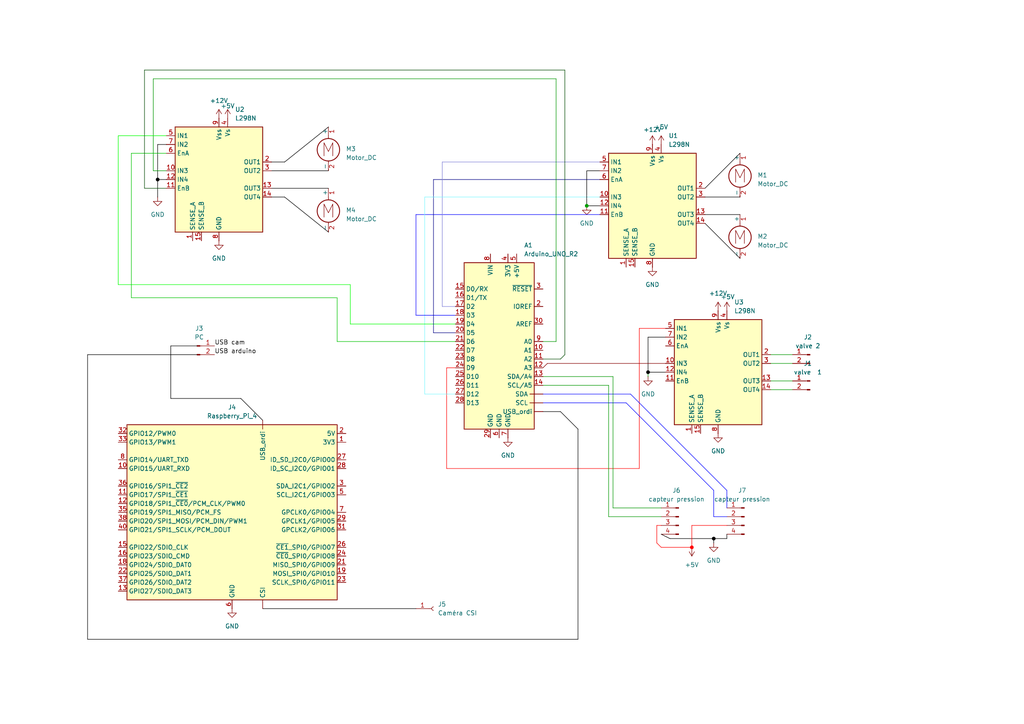
<source format=kicad_sch>
(kicad_sch
	(version 20250114)
	(generator "eeschema")
	(generator_version "9.0")
	(uuid "b812215d-3a24-4f9c-877b-9b0804c023cd")
	(paper "A4")
	(lib_symbols
		(symbol "Connector:Conn_01x01_Socket"
			(pin_names
				(offset 1.016)
				(hide yes)
			)
			(exclude_from_sim no)
			(in_bom yes)
			(on_board yes)
			(property "Reference" "J"
				(at 0 2.54 0)
				(effects
					(font
						(size 1.27 1.27)
					)
				)
			)
			(property "Value" "Conn_01x01_Socket"
				(at 0 -2.54 0)
				(effects
					(font
						(size 1.27 1.27)
					)
				)
			)
			(property "Footprint" ""
				(at 0 0 0)
				(effects
					(font
						(size 1.27 1.27)
					)
					(hide yes)
				)
			)
			(property "Datasheet" "~"
				(at 0 0 0)
				(effects
					(font
						(size 1.27 1.27)
					)
					(hide yes)
				)
			)
			(property "Description" "Generic connector, single row, 01x01, script generated"
				(at 0 0 0)
				(effects
					(font
						(size 1.27 1.27)
					)
					(hide yes)
				)
			)
			(property "ki_locked" ""
				(at 0 0 0)
				(effects
					(font
						(size 1.27 1.27)
					)
				)
			)
			(property "ki_keywords" "connector"
				(at 0 0 0)
				(effects
					(font
						(size 1.27 1.27)
					)
					(hide yes)
				)
			)
			(property "ki_fp_filters" "Connector*:*_1x??_*"
				(at 0 0 0)
				(effects
					(font
						(size 1.27 1.27)
					)
					(hide yes)
				)
			)
			(symbol "Conn_01x01_Socket_1_1"
				(polyline
					(pts
						(xy -1.27 0) (xy -0.508 0)
					)
					(stroke
						(width 0.1524)
						(type default)
					)
					(fill
						(type none)
					)
				)
				(arc
					(start 0 -0.508)
					(mid -0.5058 0)
					(end 0 0.508)
					(stroke
						(width 0.1524)
						(type default)
					)
					(fill
						(type none)
					)
				)
				(pin passive line
					(at -5.08 0 0)
					(length 3.81)
					(name "Pin_1"
						(effects
							(font
								(size 1.27 1.27)
							)
						)
					)
					(number "1"
						(effects
							(font
								(size 1.27 1.27)
							)
						)
					)
				)
			)
			(embedded_fonts no)
		)
		(symbol "Connector:Conn_01x02_Pin"
			(pin_names
				(offset 1.016)
				(hide yes)
			)
			(exclude_from_sim no)
			(in_bom yes)
			(on_board yes)
			(property "Reference" "J"
				(at 0 2.54 0)
				(effects
					(font
						(size 1.27 1.27)
					)
				)
			)
			(property "Value" "Conn_01x02_Pin"
				(at 0 -5.08 0)
				(effects
					(font
						(size 1.27 1.27)
					)
				)
			)
			(property "Footprint" ""
				(at 0 0 0)
				(effects
					(font
						(size 1.27 1.27)
					)
					(hide yes)
				)
			)
			(property "Datasheet" "~"
				(at 0 0 0)
				(effects
					(font
						(size 1.27 1.27)
					)
					(hide yes)
				)
			)
			(property "Description" "Generic connector, single row, 01x02, script generated"
				(at 0 0 0)
				(effects
					(font
						(size 1.27 1.27)
					)
					(hide yes)
				)
			)
			(property "ki_locked" ""
				(at 0 0 0)
				(effects
					(font
						(size 1.27 1.27)
					)
				)
			)
			(property "ki_keywords" "connector"
				(at 0 0 0)
				(effects
					(font
						(size 1.27 1.27)
					)
					(hide yes)
				)
			)
			(property "ki_fp_filters" "Connector*:*_1x??_*"
				(at 0 0 0)
				(effects
					(font
						(size 1.27 1.27)
					)
					(hide yes)
				)
			)
			(symbol "Conn_01x02_Pin_1_1"
				(rectangle
					(start 0.8636 0.127)
					(end 0 -0.127)
					(stroke
						(width 0.1524)
						(type default)
					)
					(fill
						(type outline)
					)
				)
				(rectangle
					(start 0.8636 -2.413)
					(end 0 -2.667)
					(stroke
						(width 0.1524)
						(type default)
					)
					(fill
						(type outline)
					)
				)
				(polyline
					(pts
						(xy 1.27 0) (xy 0.8636 0)
					)
					(stroke
						(width 0.1524)
						(type default)
					)
					(fill
						(type none)
					)
				)
				(polyline
					(pts
						(xy 1.27 -2.54) (xy 0.8636 -2.54)
					)
					(stroke
						(width 0.1524)
						(type default)
					)
					(fill
						(type none)
					)
				)
				(pin passive line
					(at 5.08 0 180)
					(length 3.81)
					(name "Pin_1"
						(effects
							(font
								(size 1.27 1.27)
							)
						)
					)
					(number "1"
						(effects
							(font
								(size 1.27 1.27)
							)
						)
					)
				)
				(pin passive line
					(at 5.08 -2.54 180)
					(length 3.81)
					(name "Pin_2"
						(effects
							(font
								(size 1.27 1.27)
							)
						)
					)
					(number "2"
						(effects
							(font
								(size 1.27 1.27)
							)
						)
					)
				)
			)
			(embedded_fonts no)
		)
		(symbol "Connector:Conn_01x04_Pin"
			(pin_names
				(offset 1.016)
				(hide yes)
			)
			(exclude_from_sim no)
			(in_bom yes)
			(on_board yes)
			(property "Reference" "J"
				(at 0 5.08 0)
				(effects
					(font
						(size 1.27 1.27)
					)
				)
			)
			(property "Value" "Conn_01x04_Pin"
				(at 0 -7.62 0)
				(effects
					(font
						(size 1.27 1.27)
					)
				)
			)
			(property "Footprint" ""
				(at 0 0 0)
				(effects
					(font
						(size 1.27 1.27)
					)
					(hide yes)
				)
			)
			(property "Datasheet" "~"
				(at 0 0 0)
				(effects
					(font
						(size 1.27 1.27)
					)
					(hide yes)
				)
			)
			(property "Description" "Generic connector, single row, 01x04, script generated"
				(at 0 0 0)
				(effects
					(font
						(size 1.27 1.27)
					)
					(hide yes)
				)
			)
			(property "ki_locked" ""
				(at 0 0 0)
				(effects
					(font
						(size 1.27 1.27)
					)
				)
			)
			(property "ki_keywords" "connector"
				(at 0 0 0)
				(effects
					(font
						(size 1.27 1.27)
					)
					(hide yes)
				)
			)
			(property "ki_fp_filters" "Connector*:*_1x??_*"
				(at 0 0 0)
				(effects
					(font
						(size 1.27 1.27)
					)
					(hide yes)
				)
			)
			(symbol "Conn_01x04_Pin_1_1"
				(rectangle
					(start 0.8636 2.667)
					(end 0 2.413)
					(stroke
						(width 0.1524)
						(type default)
					)
					(fill
						(type outline)
					)
				)
				(rectangle
					(start 0.8636 0.127)
					(end 0 -0.127)
					(stroke
						(width 0.1524)
						(type default)
					)
					(fill
						(type outline)
					)
				)
				(rectangle
					(start 0.8636 -2.413)
					(end 0 -2.667)
					(stroke
						(width 0.1524)
						(type default)
					)
					(fill
						(type outline)
					)
				)
				(rectangle
					(start 0.8636 -4.953)
					(end 0 -5.207)
					(stroke
						(width 0.1524)
						(type default)
					)
					(fill
						(type outline)
					)
				)
				(polyline
					(pts
						(xy 1.27 2.54) (xy 0.8636 2.54)
					)
					(stroke
						(width 0.1524)
						(type default)
					)
					(fill
						(type none)
					)
				)
				(polyline
					(pts
						(xy 1.27 0) (xy 0.8636 0)
					)
					(stroke
						(width 0.1524)
						(type default)
					)
					(fill
						(type none)
					)
				)
				(polyline
					(pts
						(xy 1.27 -2.54) (xy 0.8636 -2.54)
					)
					(stroke
						(width 0.1524)
						(type default)
					)
					(fill
						(type none)
					)
				)
				(polyline
					(pts
						(xy 1.27 -5.08) (xy 0.8636 -5.08)
					)
					(stroke
						(width 0.1524)
						(type default)
					)
					(fill
						(type none)
					)
				)
				(pin passive line
					(at 5.08 2.54 180)
					(length 3.81)
					(name "Pin_1"
						(effects
							(font
								(size 1.27 1.27)
							)
						)
					)
					(number "1"
						(effects
							(font
								(size 1.27 1.27)
							)
						)
					)
				)
				(pin passive line
					(at 5.08 0 180)
					(length 3.81)
					(name "Pin_2"
						(effects
							(font
								(size 1.27 1.27)
							)
						)
					)
					(number "2"
						(effects
							(font
								(size 1.27 1.27)
							)
						)
					)
				)
				(pin passive line
					(at 5.08 -2.54 180)
					(length 3.81)
					(name "Pin_3"
						(effects
							(font
								(size 1.27 1.27)
							)
						)
					)
					(number "3"
						(effects
							(font
								(size 1.27 1.27)
							)
						)
					)
				)
				(pin passive line
					(at 5.08 -5.08 180)
					(length 3.81)
					(name "Pin_4"
						(effects
							(font
								(size 1.27 1.27)
							)
						)
					)
					(number "4"
						(effects
							(font
								(size 1.27 1.27)
							)
						)
					)
				)
			)
			(embedded_fonts no)
		)
		(symbol "Connector:Raspberry_Pi_4"
			(exclude_from_sim no)
			(in_bom yes)
			(on_board yes)
			(property "Reference" "J4"
				(at 0 30.48 0)
				(effects
					(font
						(size 1.27 1.27)
					)
				)
			)
			(property "Value" "Raspberry_Pi_4"
				(at 0 27.94 0)
				(effects
					(font
						(size 1.27 1.27)
					)
				)
			)
			(property "Footprint" ""
				(at 70.104 -47.498 0)
				(effects
					(font
						(size 1.27 1.27)
					)
					(justify left)
					(hide yes)
				)
			)
			(property "Datasheet" "https://datasheets.raspberrypi.com/rpi4/raspberry-pi-4-datasheet.pdf"
				(at 15.748 -32.258 0)
				(effects
					(font
						(size 1.27 1.27)
					)
					(justify left)
					(hide yes)
				)
			)
			(property "Description" "Raspberry Pi 4 Model B"
				(at 15.748 -29.718 0)
				(effects
					(font
						(size 1.27 1.27)
					)
					(justify left)
					(hide yes)
				)
			)
			(property "ki_keywords" "SBC RPi"
				(at 0 0 0)
				(effects
					(font
						(size 1.27 1.27)
					)
					(hide yes)
				)
			)
			(property "ki_fp_filters" "PinHeader*2x20*P2.54mm*Vertical* PinSocket*2x20*P2.54mm*Vertical*"
				(at 0 0 0)
				(effects
					(font
						(size 1.27 1.27)
					)
					(hide yes)
				)
			)
			(symbol "Raspberry_Pi_4_0_1"
				(rectangle
					(start -30.48 25.4)
					(end 30.48 -25.4)
					(stroke
						(width 0.254)
						(type default)
					)
					(fill
						(type background)
					)
				)
			)
			(symbol "Raspberry_Pi_4_1_1"
				(pin bidirectional line
					(at -33.02 22.86 0)
					(length 2.54)
					(name "GPIO12/PWM0"
						(effects
							(font
								(size 1.27 1.27)
							)
						)
					)
					(number "32"
						(effects
							(font
								(size 1.27 1.27)
							)
						)
					)
				)
				(pin bidirectional line
					(at -33.02 20.32 0)
					(length 2.54)
					(name "GPIO13/PWM1"
						(effects
							(font
								(size 1.27 1.27)
							)
						)
					)
					(number "33"
						(effects
							(font
								(size 1.27 1.27)
							)
						)
					)
				)
				(pin bidirectional line
					(at -33.02 15.24 0)
					(length 2.54)
					(name "GPIO14/UART_TXD"
						(effects
							(font
								(size 1.27 1.27)
							)
						)
					)
					(number "8"
						(effects
							(font
								(size 1.27 1.27)
							)
						)
					)
				)
				(pin bidirectional line
					(at -33.02 12.7 0)
					(length 2.54)
					(name "GPIO15/UART_RXD"
						(effects
							(font
								(size 1.27 1.27)
							)
						)
					)
					(number "10"
						(effects
							(font
								(size 1.27 1.27)
							)
						)
					)
				)
				(pin bidirectional line
					(at -33.02 7.62 0)
					(length 2.54)
					(name "GPIO16/SPI1_~{CE2}"
						(effects
							(font
								(size 1.27 1.27)
							)
						)
					)
					(number "36"
						(effects
							(font
								(size 1.27 1.27)
							)
						)
					)
				)
				(pin bidirectional line
					(at -33.02 5.08 0)
					(length 2.54)
					(name "GPIO17/SPI1_~{CE1}"
						(effects
							(font
								(size 1.27 1.27)
							)
						)
					)
					(number "11"
						(effects
							(font
								(size 1.27 1.27)
							)
						)
					)
				)
				(pin bidirectional line
					(at -33.02 2.54 0)
					(length 2.54)
					(name "GPIO18/SPI1_~{CE0}/PCM_CLK/PWM0"
						(effects
							(font
								(size 1.27 1.27)
							)
						)
					)
					(number "12"
						(effects
							(font
								(size 1.27 1.27)
							)
						)
					)
				)
				(pin bidirectional line
					(at -33.02 0 0)
					(length 2.54)
					(name "GPIO19/SPI1_MISO/PCM_FS"
						(effects
							(font
								(size 1.27 1.27)
							)
						)
					)
					(number "35"
						(effects
							(font
								(size 1.27 1.27)
							)
						)
					)
				)
				(pin bidirectional line
					(at -33.02 -2.54 0)
					(length 2.54)
					(name "GPIO20/SPI1_MOSI/PCM_DIN/PWM1"
						(effects
							(font
								(size 1.27 1.27)
							)
						)
					)
					(number "38"
						(effects
							(font
								(size 1.27 1.27)
							)
						)
					)
				)
				(pin bidirectional line
					(at -33.02 -5.08 0)
					(length 2.54)
					(name "GPIO21/SPI1_SCLK/PCM_DOUT"
						(effects
							(font
								(size 1.27 1.27)
							)
						)
					)
					(number "40"
						(effects
							(font
								(size 1.27 1.27)
							)
						)
					)
				)
				(pin bidirectional line
					(at -33.02 -10.16 0)
					(length 2.54)
					(name "GPIO22/SDIO_CLK"
						(effects
							(font
								(size 1.27 1.27)
							)
						)
					)
					(number "15"
						(effects
							(font
								(size 1.27 1.27)
							)
						)
					)
				)
				(pin bidirectional line
					(at -33.02 -12.7 0)
					(length 2.54)
					(name "GPIO23/SDIO_CMD"
						(effects
							(font
								(size 1.27 1.27)
							)
						)
					)
					(number "16"
						(effects
							(font
								(size 1.27 1.27)
							)
						)
					)
				)
				(pin bidirectional line
					(at -33.02 -15.24 0)
					(length 2.54)
					(name "GPIO24/SDIO_DAT0"
						(effects
							(font
								(size 1.27 1.27)
							)
						)
					)
					(number "18"
						(effects
							(font
								(size 1.27 1.27)
							)
						)
					)
				)
				(pin bidirectional line
					(at -33.02 -17.78 0)
					(length 2.54)
					(name "GPIO25/SDIO_DAT1"
						(effects
							(font
								(size 1.27 1.27)
							)
						)
					)
					(number "22"
						(effects
							(font
								(size 1.27 1.27)
							)
						)
					)
				)
				(pin bidirectional line
					(at -33.02 -20.32 0)
					(length 2.54)
					(name "GPIO26/SDIO_DAT2"
						(effects
							(font
								(size 1.27 1.27)
							)
						)
					)
					(number "37"
						(effects
							(font
								(size 1.27 1.27)
							)
						)
					)
				)
				(pin bidirectional line
					(at -33.02 -22.86 0)
					(length 2.54)
					(name "GPIO27/SDIO_DAT3"
						(effects
							(font
								(size 1.27 1.27)
							)
						)
					)
					(number "13"
						(effects
							(font
								(size 1.27 1.27)
							)
						)
					)
				)
				(pin passive line
					(at 0 -27.94 90)
					(length 2.54)
					(hide yes)
					(name "GND"
						(effects
							(font
								(size 1.27 1.27)
							)
						)
					)
					(number "14"
						(effects
							(font
								(size 1.27 1.27)
							)
						)
					)
				)
				(pin passive line
					(at 0 -27.94 90)
					(length 2.54)
					(hide yes)
					(name "GND"
						(effects
							(font
								(size 1.27 1.27)
							)
						)
					)
					(number "20"
						(effects
							(font
								(size 1.27 1.27)
							)
						)
					)
				)
				(pin passive line
					(at 0 -27.94 90)
					(length 2.54)
					(hide yes)
					(name "GND"
						(effects
							(font
								(size 1.27 1.27)
							)
						)
					)
					(number "25"
						(effects
							(font
								(size 1.27 1.27)
							)
						)
					)
				)
				(pin passive line
					(at 0 -27.94 90)
					(length 2.54)
					(hide yes)
					(name "GND"
						(effects
							(font
								(size 1.27 1.27)
							)
						)
					)
					(number "30"
						(effects
							(font
								(size 1.27 1.27)
							)
						)
					)
				)
				(pin passive line
					(at 0 -27.94 90)
					(length 2.54)
					(hide yes)
					(name "GND"
						(effects
							(font
								(size 1.27 1.27)
							)
						)
					)
					(number "34"
						(effects
							(font
								(size 1.27 1.27)
							)
						)
					)
				)
				(pin passive line
					(at 0 -27.94 90)
					(length 2.54)
					(hide yes)
					(name "GND"
						(effects
							(font
								(size 1.27 1.27)
							)
						)
					)
					(number "39"
						(effects
							(font
								(size 1.27 1.27)
							)
						)
					)
				)
				(pin power_out line
					(at 0 -27.94 90)
					(length 2.54)
					(name "GND"
						(effects
							(font
								(size 1.27 1.27)
							)
						)
					)
					(number "6"
						(effects
							(font
								(size 1.27 1.27)
							)
						)
					)
				)
				(pin passive line
					(at 0 -27.94 90)
					(length 2.54)
					(hide yes)
					(name "GND"
						(effects
							(font
								(size 1.27 1.27)
							)
						)
					)
					(number "9"
						(effects
							(font
								(size 1.27 1.27)
							)
						)
					)
				)
				(pin bidirectional line
					(at 8.89 26.67 270)
					(length 2.54)
					(name "USB_ordi"
						(effects
							(font
								(size 1.27 1.27)
							)
						)
					)
					(number ""
						(effects
							(font
								(size 1.27 1.27)
							)
						)
					)
				)
				(pin bidirectional line
					(at 8.89 -27.94 90)
					(length 2.54)
					(name "CSI"
						(effects
							(font
								(size 1.27 1.27)
							)
						)
					)
					(number ""
						(effects
							(font
								(size 1.27 1.27)
							)
						)
					)
				)
				(pin power_out line
					(at 33.02 22.86 180)
					(length 2.54)
					(name "5V"
						(effects
							(font
								(size 1.27 1.27)
							)
						)
					)
					(number "2"
						(effects
							(font
								(size 1.27 1.27)
							)
						)
					)
				)
				(pin passive line
					(at 33.02 22.86 180)
					(length 2.54)
					(hide yes)
					(name "5V"
						(effects
							(font
								(size 1.27 1.27)
							)
						)
					)
					(number "4"
						(effects
							(font
								(size 1.27 1.27)
							)
						)
					)
				)
				(pin power_out line
					(at 33.02 20.32 180)
					(length 2.54)
					(name "3V3"
						(effects
							(font
								(size 1.27 1.27)
							)
						)
					)
					(number "1"
						(effects
							(font
								(size 1.27 1.27)
							)
						)
					)
				)
				(pin passive line
					(at 33.02 20.32 180)
					(length 2.54)
					(hide yes)
					(name "3V3"
						(effects
							(font
								(size 1.27 1.27)
							)
						)
					)
					(number "17"
						(effects
							(font
								(size 1.27 1.27)
							)
						)
					)
				)
				(pin bidirectional line
					(at 33.02 15.24 180)
					(length 2.54)
					(name "ID_SD_I2C0/GPIO00"
						(effects
							(font
								(size 1.27 1.27)
							)
						)
					)
					(number "27"
						(effects
							(font
								(size 1.27 1.27)
							)
						)
					)
				)
				(pin bidirectional line
					(at 33.02 12.7 180)
					(length 2.54)
					(name "ID_SC_I2C0/GPIO01"
						(effects
							(font
								(size 1.27 1.27)
							)
						)
					)
					(number "28"
						(effects
							(font
								(size 1.27 1.27)
							)
						)
					)
				)
				(pin bidirectional line
					(at 33.02 7.62 180)
					(length 2.54)
					(name "SDA_I2C1/GPIO02"
						(effects
							(font
								(size 1.27 1.27)
							)
						)
					)
					(number "3"
						(effects
							(font
								(size 1.27 1.27)
							)
						)
					)
				)
				(pin bidirectional line
					(at 33.02 5.08 180)
					(length 2.54)
					(name "SCL_I2C1/GPIO03"
						(effects
							(font
								(size 1.27 1.27)
							)
						)
					)
					(number "5"
						(effects
							(font
								(size 1.27 1.27)
							)
						)
					)
				)
				(pin bidirectional line
					(at 33.02 0 180)
					(length 2.54)
					(name "GPCLK0/GPIO04"
						(effects
							(font
								(size 1.27 1.27)
							)
						)
					)
					(number "7"
						(effects
							(font
								(size 1.27 1.27)
							)
						)
					)
				)
				(pin bidirectional line
					(at 33.02 -2.54 180)
					(length 2.54)
					(name "GPCLK1/GPIO05"
						(effects
							(font
								(size 1.27 1.27)
							)
						)
					)
					(number "29"
						(effects
							(font
								(size 1.27 1.27)
							)
						)
					)
				)
				(pin bidirectional line
					(at 33.02 -5.08 180)
					(length 2.54)
					(name "GPCLK2/GPIO06"
						(effects
							(font
								(size 1.27 1.27)
							)
						)
					)
					(number "31"
						(effects
							(font
								(size 1.27 1.27)
							)
						)
					)
				)
				(pin bidirectional line
					(at 33.02 -10.16 180)
					(length 2.54)
					(name "~{CE1}_SPI0/GPIO07"
						(effects
							(font
								(size 1.27 1.27)
							)
						)
					)
					(number "26"
						(effects
							(font
								(size 1.27 1.27)
							)
						)
					)
				)
				(pin bidirectional line
					(at 33.02 -12.7 180)
					(length 2.54)
					(name "~{CE0}_SPI0/GPIO08"
						(effects
							(font
								(size 1.27 1.27)
							)
						)
					)
					(number "24"
						(effects
							(font
								(size 1.27 1.27)
							)
						)
					)
				)
				(pin bidirectional line
					(at 33.02 -15.24 180)
					(length 2.54)
					(name "MISO_SPI0/GPIO09"
						(effects
							(font
								(size 1.27 1.27)
							)
						)
					)
					(number "21"
						(effects
							(font
								(size 1.27 1.27)
							)
						)
					)
				)
				(pin bidirectional line
					(at 33.02 -17.78 180)
					(length 2.54)
					(name "MOSI_SPI0/GPIO10"
						(effects
							(font
								(size 1.27 1.27)
							)
						)
					)
					(number "19"
						(effects
							(font
								(size 1.27 1.27)
							)
						)
					)
				)
				(pin bidirectional line
					(at 33.02 -20.32 180)
					(length 2.54)
					(name "SCLK_SPI0/GPIO11"
						(effects
							(font
								(size 1.27 1.27)
							)
						)
					)
					(number "23"
						(effects
							(font
								(size 1.27 1.27)
							)
						)
					)
				)
			)
			(embedded_fonts no)
		)
		(symbol "Driver_Motor:L298N"
			(exclude_from_sim no)
			(in_bom yes)
			(on_board yes)
			(property "Reference" "U"
				(at -10.16 16.51 0)
				(effects
					(font
						(size 1.27 1.27)
					)
					(justify right)
				)
			)
			(property "Value" "L298N"
				(at 12.7 16.51 0)
				(effects
					(font
						(size 1.27 1.27)
					)
					(justify right)
				)
			)
			(property "Footprint" "Package_TO_SOT_THT:TO-220-15_P2.54x5.08mm_StaggerOdd_Lead4.58mm_Vertical"
				(at 1.27 -16.51 0)
				(effects
					(font
						(size 1.27 1.27)
					)
					(justify left)
					(hide yes)
				)
			)
			(property "Datasheet" "http://www.st.com/st-web-ui/static/active/en/resource/technical/document/datasheet/CD00000240.pdf"
				(at 3.81 6.35 0)
				(effects
					(font
						(size 1.27 1.27)
					)
					(hide yes)
				)
			)
			(property "Description" "Dual full bridge motor driver, up to 46V, 4A, Multiwatt15-V"
				(at 0 0 0)
				(effects
					(font
						(size 1.27 1.27)
					)
					(hide yes)
				)
			)
			(property "ki_keywords" "H-bridge motor driver"
				(at 0 0 0)
				(effects
					(font
						(size 1.27 1.27)
					)
					(hide yes)
				)
			)
			(property "ki_fp_filters" "TO?220*StaggerOdd*Vertical*"
				(at 0 0 0)
				(effects
					(font
						(size 1.27 1.27)
					)
					(hide yes)
				)
			)
			(symbol "L298N_0_1"
				(rectangle
					(start -12.7 15.24)
					(end 12.7 -15.24)
					(stroke
						(width 0.254)
						(type default)
					)
					(fill
						(type background)
					)
				)
			)
			(symbol "L298N_1_1"
				(pin input line
					(at -15.24 12.7 0)
					(length 2.54)
					(name "IN1"
						(effects
							(font
								(size 1.27 1.27)
							)
						)
					)
					(number "5"
						(effects
							(font
								(size 1.27 1.27)
							)
						)
					)
				)
				(pin input line
					(at -15.24 10.16 0)
					(length 2.54)
					(name "IN2"
						(effects
							(font
								(size 1.27 1.27)
							)
						)
					)
					(number "7"
						(effects
							(font
								(size 1.27 1.27)
							)
						)
					)
				)
				(pin input line
					(at -15.24 7.62 0)
					(length 2.54)
					(name "EnA"
						(effects
							(font
								(size 1.27 1.27)
							)
						)
					)
					(number "6"
						(effects
							(font
								(size 1.27 1.27)
							)
						)
					)
				)
				(pin input line
					(at -15.24 2.54 0)
					(length 2.54)
					(name "IN3"
						(effects
							(font
								(size 1.27 1.27)
							)
						)
					)
					(number "10"
						(effects
							(font
								(size 1.27 1.27)
							)
						)
					)
				)
				(pin input line
					(at -15.24 0 0)
					(length 2.54)
					(name "IN4"
						(effects
							(font
								(size 1.27 1.27)
							)
						)
					)
					(number "12"
						(effects
							(font
								(size 1.27 1.27)
							)
						)
					)
				)
				(pin input line
					(at -15.24 -2.54 0)
					(length 2.54)
					(name "EnB"
						(effects
							(font
								(size 1.27 1.27)
							)
						)
					)
					(number "11"
						(effects
							(font
								(size 1.27 1.27)
							)
						)
					)
				)
				(pin input line
					(at -7.62 -17.78 90)
					(length 2.54)
					(name "SENSE_A"
						(effects
							(font
								(size 1.27 1.27)
							)
						)
					)
					(number "1"
						(effects
							(font
								(size 1.27 1.27)
							)
						)
					)
				)
				(pin input line
					(at -5.08 -17.78 90)
					(length 2.54)
					(name "SENSE_B"
						(effects
							(font
								(size 1.27 1.27)
							)
						)
					)
					(number "15"
						(effects
							(font
								(size 1.27 1.27)
							)
						)
					)
				)
				(pin power_in line
					(at 0 17.78 270)
					(length 2.54)
					(name "Vss"
						(effects
							(font
								(size 1.27 1.27)
							)
						)
					)
					(number "9"
						(effects
							(font
								(size 1.27 1.27)
							)
						)
					)
				)
				(pin power_in line
					(at 0 -17.78 90)
					(length 2.54)
					(name "GND"
						(effects
							(font
								(size 1.27 1.27)
							)
						)
					)
					(number "8"
						(effects
							(font
								(size 1.27 1.27)
							)
						)
					)
				)
				(pin power_in line
					(at 2.54 17.78 270)
					(length 2.54)
					(name "Vs"
						(effects
							(font
								(size 1.27 1.27)
							)
						)
					)
					(number "4"
						(effects
							(font
								(size 1.27 1.27)
							)
						)
					)
				)
				(pin output line
					(at 15.24 5.08 180)
					(length 2.54)
					(name "OUT1"
						(effects
							(font
								(size 1.27 1.27)
							)
						)
					)
					(number "2"
						(effects
							(font
								(size 1.27 1.27)
							)
						)
					)
				)
				(pin output line
					(at 15.24 2.54 180)
					(length 2.54)
					(name "OUT2"
						(effects
							(font
								(size 1.27 1.27)
							)
						)
					)
					(number "3"
						(effects
							(font
								(size 1.27 1.27)
							)
						)
					)
				)
				(pin output line
					(at 15.24 -2.54 180)
					(length 2.54)
					(name "OUT3"
						(effects
							(font
								(size 1.27 1.27)
							)
						)
					)
					(number "13"
						(effects
							(font
								(size 1.27 1.27)
							)
						)
					)
				)
				(pin output line
					(at 15.24 -5.08 180)
					(length 2.54)
					(name "OUT4"
						(effects
							(font
								(size 1.27 1.27)
							)
						)
					)
					(number "14"
						(effects
							(font
								(size 1.27 1.27)
							)
						)
					)
				)
			)
			(embedded_fonts no)
		)
		(symbol "MCU_Module:Arduino_UNO_R2"
			(exclude_from_sim no)
			(in_bom yes)
			(on_board yes)
			(property "Reference" "A1"
				(at 7.2233 27.94 0)
				(effects
					(font
						(size 1.27 1.27)
					)
					(justify left)
				)
			)
			(property "Value" "Arduino_UNO_R2"
				(at 7.2233 25.4 0)
				(effects
					(font
						(size 1.27 1.27)
					)
					(justify left)
				)
			)
			(property "Footprint" "Module:Arduino_UNO_R2"
				(at 0 0 0)
				(effects
					(font
						(size 1.27 1.27)
						(italic yes)
					)
					(hide yes)
				)
			)
			(property "Datasheet" "https://www.arduino.cc/en/Main/arduinoBoardUno"
				(at 0 0 0)
				(effects
					(font
						(size 1.27 1.27)
					)
					(hide yes)
				)
			)
			(property "Description" "Arduino UNO Microcontroller Module, release 2"
				(at 0 0 0)
				(effects
					(font
						(size 1.27 1.27)
					)
					(hide yes)
				)
			)
			(property "ki_keywords" "Arduino UNO R3 Microcontroller Module Atmel AVR USB"
				(at 0 0 0)
				(effects
					(font
						(size 1.27 1.27)
					)
					(hide yes)
				)
			)
			(property "ki_fp_filters" "Arduino*UNO*R2*"
				(at 0 0 0)
				(effects
					(font
						(size 1.27 1.27)
					)
					(hide yes)
				)
			)
			(symbol "Arduino_UNO_R2_0_1"
				(rectangle
					(start -10.16 22.86)
					(end 10.16 -25.4)
					(stroke
						(width 0.254)
						(type default)
					)
					(fill
						(type background)
					)
				)
			)
			(symbol "Arduino_UNO_R2_1_1"
				(pin bidirectional line
					(at -12.7 15.24 0)
					(length 2.54)
					(name "D0/RX"
						(effects
							(font
								(size 1.27 1.27)
							)
						)
					)
					(number "15"
						(effects
							(font
								(size 1.27 1.27)
							)
						)
					)
				)
				(pin bidirectional line
					(at -12.7 12.7 0)
					(length 2.54)
					(name "D1/TX"
						(effects
							(font
								(size 1.27 1.27)
							)
						)
					)
					(number "16"
						(effects
							(font
								(size 1.27 1.27)
							)
						)
					)
				)
				(pin bidirectional line
					(at -12.7 10.16 0)
					(length 2.54)
					(name "D2"
						(effects
							(font
								(size 1.27 1.27)
							)
						)
					)
					(number "17"
						(effects
							(font
								(size 1.27 1.27)
							)
						)
					)
				)
				(pin bidirectional line
					(at -12.7 7.62 0)
					(length 2.54)
					(name "D3"
						(effects
							(font
								(size 1.27 1.27)
							)
						)
					)
					(number "18"
						(effects
							(font
								(size 1.27 1.27)
							)
						)
					)
				)
				(pin bidirectional line
					(at -12.7 5.08 0)
					(length 2.54)
					(name "D4"
						(effects
							(font
								(size 1.27 1.27)
							)
						)
					)
					(number "19"
						(effects
							(font
								(size 1.27 1.27)
							)
						)
					)
				)
				(pin bidirectional line
					(at -12.7 2.54 0)
					(length 2.54)
					(name "D5"
						(effects
							(font
								(size 1.27 1.27)
							)
						)
					)
					(number "20"
						(effects
							(font
								(size 1.27 1.27)
							)
						)
					)
				)
				(pin bidirectional line
					(at -12.7 0 0)
					(length 2.54)
					(name "D6"
						(effects
							(font
								(size 1.27 1.27)
							)
						)
					)
					(number "21"
						(effects
							(font
								(size 1.27 1.27)
							)
						)
					)
				)
				(pin bidirectional line
					(at -12.7 -2.54 0)
					(length 2.54)
					(name "D7"
						(effects
							(font
								(size 1.27 1.27)
							)
						)
					)
					(number "22"
						(effects
							(font
								(size 1.27 1.27)
							)
						)
					)
				)
				(pin bidirectional line
					(at -12.7 -5.08 0)
					(length 2.54)
					(name "D8"
						(effects
							(font
								(size 1.27 1.27)
							)
						)
					)
					(number "23"
						(effects
							(font
								(size 1.27 1.27)
							)
						)
					)
				)
				(pin bidirectional line
					(at -12.7 -7.62 0)
					(length 2.54)
					(name "D9"
						(effects
							(font
								(size 1.27 1.27)
							)
						)
					)
					(number "24"
						(effects
							(font
								(size 1.27 1.27)
							)
						)
					)
				)
				(pin bidirectional line
					(at -12.7 -10.16 0)
					(length 2.54)
					(name "D10"
						(effects
							(font
								(size 1.27 1.27)
							)
						)
					)
					(number "25"
						(effects
							(font
								(size 1.27 1.27)
							)
						)
					)
				)
				(pin bidirectional line
					(at -12.7 -12.7 0)
					(length 2.54)
					(name "D11"
						(effects
							(font
								(size 1.27 1.27)
							)
						)
					)
					(number "26"
						(effects
							(font
								(size 1.27 1.27)
							)
						)
					)
				)
				(pin bidirectional line
					(at -12.7 -15.24 0)
					(length 2.54)
					(name "D12"
						(effects
							(font
								(size 1.27 1.27)
							)
						)
					)
					(number "27"
						(effects
							(font
								(size 1.27 1.27)
							)
						)
					)
				)
				(pin bidirectional line
					(at -12.7 -17.78 0)
					(length 2.54)
					(name "D13"
						(effects
							(font
								(size 1.27 1.27)
							)
						)
					)
					(number "28"
						(effects
							(font
								(size 1.27 1.27)
							)
						)
					)
				)
				(pin no_connect line
					(at -10.16 -20.32 0)
					(length 2.54)
					(hide yes)
					(name "NC"
						(effects
							(font
								(size 1.27 1.27)
							)
						)
					)
					(number "1"
						(effects
							(font
								(size 1.27 1.27)
							)
						)
					)
				)
				(pin power_in line
					(at -2.54 25.4 270)
					(length 2.54)
					(name "VIN"
						(effects
							(font
								(size 1.27 1.27)
							)
						)
					)
					(number "8"
						(effects
							(font
								(size 1.27 1.27)
							)
						)
					)
				)
				(pin power_in line
					(at -2.54 -27.94 90)
					(length 2.54)
					(name "GND"
						(effects
							(font
								(size 1.27 1.27)
							)
						)
					)
					(number "29"
						(effects
							(font
								(size 1.27 1.27)
							)
						)
					)
				)
				(pin power_in line
					(at 0 -27.94 90)
					(length 2.54)
					(name "GND"
						(effects
							(font
								(size 1.27 1.27)
							)
						)
					)
					(number "6"
						(effects
							(font
								(size 1.27 1.27)
							)
						)
					)
				)
				(pin power_out line
					(at 2.54 25.4 270)
					(length 2.54)
					(name "3V3"
						(effects
							(font
								(size 1.27 1.27)
							)
						)
					)
					(number "4"
						(effects
							(font
								(size 1.27 1.27)
							)
						)
					)
				)
				(pin power_in line
					(at 2.54 -27.94 90)
					(length 2.54)
					(name "GND"
						(effects
							(font
								(size 1.27 1.27)
							)
						)
					)
					(number "7"
						(effects
							(font
								(size 1.27 1.27)
							)
						)
					)
				)
				(pin power_out line
					(at 5.08 25.4 270)
					(length 2.54)
					(name "+5V"
						(effects
							(font
								(size 1.27 1.27)
							)
						)
					)
					(number "5"
						(effects
							(font
								(size 1.27 1.27)
							)
						)
					)
				)
				(pin input line
					(at 12.7 15.24 180)
					(length 2.54)
					(name "~{RESET}"
						(effects
							(font
								(size 1.27 1.27)
							)
						)
					)
					(number "3"
						(effects
							(font
								(size 1.27 1.27)
							)
						)
					)
				)
				(pin output line
					(at 12.7 10.16 180)
					(length 2.54)
					(name "IOREF"
						(effects
							(font
								(size 1.27 1.27)
							)
						)
					)
					(number "2"
						(effects
							(font
								(size 1.27 1.27)
							)
						)
					)
				)
				(pin input line
					(at 12.7 5.08 180)
					(length 2.54)
					(name "AREF"
						(effects
							(font
								(size 1.27 1.27)
							)
						)
					)
					(number "30"
						(effects
							(font
								(size 1.27 1.27)
							)
						)
					)
				)
				(pin bidirectional line
					(at 12.7 0 180)
					(length 2.54)
					(name "A0"
						(effects
							(font
								(size 1.27 1.27)
							)
						)
					)
					(number "9"
						(effects
							(font
								(size 1.27 1.27)
							)
						)
					)
				)
				(pin bidirectional line
					(at 12.7 -2.54 180)
					(length 2.54)
					(name "A1"
						(effects
							(font
								(size 1.27 1.27)
							)
						)
					)
					(number "10"
						(effects
							(font
								(size 1.27 1.27)
							)
						)
					)
				)
				(pin bidirectional line
					(at 12.7 -5.08 180)
					(length 2.54)
					(name "A2"
						(effects
							(font
								(size 1.27 1.27)
							)
						)
					)
					(number "11"
						(effects
							(font
								(size 1.27 1.27)
							)
						)
					)
				)
				(pin bidirectional line
					(at 12.7 -7.62 180)
					(length 2.54)
					(name "A3"
						(effects
							(font
								(size 1.27 1.27)
							)
						)
					)
					(number "12"
						(effects
							(font
								(size 1.27 1.27)
							)
						)
					)
				)
				(pin bidirectional line
					(at 12.7 -10.16 180)
					(length 2.54)
					(name "SDA/A4"
						(effects
							(font
								(size 1.27 1.27)
							)
						)
					)
					(number "13"
						(effects
							(font
								(size 1.27 1.27)
							)
						)
					)
				)
				(pin bidirectional line
					(at 12.7 -12.7 180)
					(length 2.54)
					(name "SCL/A5"
						(effects
							(font
								(size 1.27 1.27)
							)
						)
					)
					(number "14"
						(effects
							(font
								(size 1.27 1.27)
							)
						)
					)
				)
				(pin bidirectional line
					(at 12.7 -15.24 180)
					(length 3.81)
					(name "SDA"
						(effects
							(font
								(size 1.27 1.27)
							)
						)
					)
					(number ""
						(effects
							(font
								(size 1.27 1.27)
							)
						)
					)
				)
				(pin bidirectional line
					(at 12.7 -17.78 180)
					(length 3.81)
					(name "SCL"
						(effects
							(font
								(size 1.27 1.27)
							)
						)
					)
					(number ""
						(effects
							(font
								(size 1.27 1.27)
							)
						)
					)
				)
				(pin bidirectional line
					(at 12.7 -20.32 180)
					(length 2.54)
					(name "USB_ordi"
						(effects
							(font
								(size 1.27 1.27)
							)
						)
					)
					(number ""
						(effects
							(font
								(size 1.27 1.27)
							)
						)
					)
				)
			)
			(embedded_fonts no)
		)
		(symbol "Motor:Motor_DC"
			(pin_names
				(offset 0)
			)
			(exclude_from_sim no)
			(in_bom yes)
			(on_board yes)
			(property "Reference" "M"
				(at 2.54 2.54 0)
				(effects
					(font
						(size 1.27 1.27)
					)
					(justify left)
				)
			)
			(property "Value" "Motor_DC"
				(at 2.54 -5.08 0)
				(effects
					(font
						(size 1.27 1.27)
					)
					(justify left top)
				)
			)
			(property "Footprint" ""
				(at 0 -2.286 0)
				(effects
					(font
						(size 1.27 1.27)
					)
					(hide yes)
				)
			)
			(property "Datasheet" "~"
				(at 0 -2.286 0)
				(effects
					(font
						(size 1.27 1.27)
					)
					(hide yes)
				)
			)
			(property "Description" "DC Motor"
				(at 0 0 0)
				(effects
					(font
						(size 1.27 1.27)
					)
					(hide yes)
				)
			)
			(property "ki_keywords" "DC Motor"
				(at 0 0 0)
				(effects
					(font
						(size 1.27 1.27)
					)
					(hide yes)
				)
			)
			(property "ki_fp_filters" "PinHeader*P2.54mm* TerminalBlock*"
				(at 0 0 0)
				(effects
					(font
						(size 1.27 1.27)
					)
					(hide yes)
				)
			)
			(symbol "Motor_DC_0_0"
				(polyline
					(pts
						(xy -1.27 -3.302) (xy -1.27 0.508) (xy 0 -2.032) (xy 1.27 0.508) (xy 1.27 -3.302)
					)
					(stroke
						(width 0)
						(type default)
					)
					(fill
						(type none)
					)
				)
			)
			(symbol "Motor_DC_0_1"
				(polyline
					(pts
						(xy 0 2.032) (xy 0 2.54)
					)
					(stroke
						(width 0)
						(type default)
					)
					(fill
						(type none)
					)
				)
				(polyline
					(pts
						(xy 0 1.7272) (xy 0 2.0828)
					)
					(stroke
						(width 0)
						(type default)
					)
					(fill
						(type none)
					)
				)
				(circle
					(center 0 -1.524)
					(radius 3.2512)
					(stroke
						(width 0.254)
						(type default)
					)
					(fill
						(type none)
					)
				)
				(polyline
					(pts
						(xy 0 -4.7752) (xy 0 -5.1816)
					)
					(stroke
						(width 0)
						(type default)
					)
					(fill
						(type none)
					)
				)
				(polyline
					(pts
						(xy 0 -7.62) (xy 0 -7.112)
					)
					(stroke
						(width 0)
						(type default)
					)
					(fill
						(type none)
					)
				)
			)
			(symbol "Motor_DC_1_1"
				(pin passive line
					(at 0 5.08 270)
					(length 2.54)
					(name "+"
						(effects
							(font
								(size 1.27 1.27)
							)
						)
					)
					(number "1"
						(effects
							(font
								(size 1.27 1.27)
							)
						)
					)
				)
				(pin passive line
					(at 0 -7.62 90)
					(length 2.54)
					(name "-"
						(effects
							(font
								(size 1.27 1.27)
							)
						)
					)
					(number "2"
						(effects
							(font
								(size 1.27 1.27)
							)
						)
					)
				)
			)
			(embedded_fonts no)
		)
		(symbol "power:+12V"
			(power)
			(pin_numbers
				(hide yes)
			)
			(pin_names
				(offset 0)
				(hide yes)
			)
			(exclude_from_sim no)
			(in_bom yes)
			(on_board yes)
			(property "Reference" "#PWR"
				(at 0 -3.81 0)
				(effects
					(font
						(size 1.27 1.27)
					)
					(hide yes)
				)
			)
			(property "Value" "+12V"
				(at 0 3.556 0)
				(effects
					(font
						(size 1.27 1.27)
					)
				)
			)
			(property "Footprint" ""
				(at 0 0 0)
				(effects
					(font
						(size 1.27 1.27)
					)
					(hide yes)
				)
			)
			(property "Datasheet" ""
				(at 0 0 0)
				(effects
					(font
						(size 1.27 1.27)
					)
					(hide yes)
				)
			)
			(property "Description" "Power symbol creates a global label with name \"+12V\""
				(at 0 0 0)
				(effects
					(font
						(size 1.27 1.27)
					)
					(hide yes)
				)
			)
			(property "ki_keywords" "global power"
				(at 0 0 0)
				(effects
					(font
						(size 1.27 1.27)
					)
					(hide yes)
				)
			)
			(symbol "+12V_0_1"
				(polyline
					(pts
						(xy -0.762 1.27) (xy 0 2.54)
					)
					(stroke
						(width 0)
						(type default)
					)
					(fill
						(type none)
					)
				)
				(polyline
					(pts
						(xy 0 2.54) (xy 0.762 1.27)
					)
					(stroke
						(width 0)
						(type default)
					)
					(fill
						(type none)
					)
				)
				(polyline
					(pts
						(xy 0 0) (xy 0 2.54)
					)
					(stroke
						(width 0)
						(type default)
					)
					(fill
						(type none)
					)
				)
			)
			(symbol "+12V_1_1"
				(pin power_in line
					(at 0 0 90)
					(length 0)
					(name "~"
						(effects
							(font
								(size 1.27 1.27)
							)
						)
					)
					(number "1"
						(effects
							(font
								(size 1.27 1.27)
							)
						)
					)
				)
			)
			(embedded_fonts no)
		)
		(symbol "power:+5V"
			(power)
			(pin_numbers
				(hide yes)
			)
			(pin_names
				(offset 0)
				(hide yes)
			)
			(exclude_from_sim no)
			(in_bom yes)
			(on_board yes)
			(property "Reference" "#PWR"
				(at 0 -3.81 0)
				(effects
					(font
						(size 1.27 1.27)
					)
					(hide yes)
				)
			)
			(property "Value" "+5V"
				(at 0 3.556 0)
				(effects
					(font
						(size 1.27 1.27)
					)
				)
			)
			(property "Footprint" ""
				(at 0 0 0)
				(effects
					(font
						(size 1.27 1.27)
					)
					(hide yes)
				)
			)
			(property "Datasheet" ""
				(at 0 0 0)
				(effects
					(font
						(size 1.27 1.27)
					)
					(hide yes)
				)
			)
			(property "Description" "Power symbol creates a global label with name \"+5V\""
				(at 0 0 0)
				(effects
					(font
						(size 1.27 1.27)
					)
					(hide yes)
				)
			)
			(property "ki_keywords" "global power"
				(at 0 0 0)
				(effects
					(font
						(size 1.27 1.27)
					)
					(hide yes)
				)
			)
			(symbol "+5V_0_1"
				(polyline
					(pts
						(xy -0.762 1.27) (xy 0 2.54)
					)
					(stroke
						(width 0)
						(type default)
					)
					(fill
						(type none)
					)
				)
				(polyline
					(pts
						(xy 0 2.54) (xy 0.762 1.27)
					)
					(stroke
						(width 0)
						(type default)
					)
					(fill
						(type none)
					)
				)
				(polyline
					(pts
						(xy 0 0) (xy 0 2.54)
					)
					(stroke
						(width 0)
						(type default)
					)
					(fill
						(type none)
					)
				)
			)
			(symbol "+5V_1_1"
				(pin power_in line
					(at 0 0 90)
					(length 0)
					(name "~"
						(effects
							(font
								(size 1.27 1.27)
							)
						)
					)
					(number "1"
						(effects
							(font
								(size 1.27 1.27)
							)
						)
					)
				)
			)
			(embedded_fonts no)
		)
		(symbol "power:GND"
			(power)
			(pin_numbers
				(hide yes)
			)
			(pin_names
				(offset 0)
				(hide yes)
			)
			(exclude_from_sim no)
			(in_bom yes)
			(on_board yes)
			(property "Reference" "#PWR"
				(at 0 -6.35 0)
				(effects
					(font
						(size 1.27 1.27)
					)
					(hide yes)
				)
			)
			(property "Value" "GND"
				(at 0 -3.81 0)
				(effects
					(font
						(size 1.27 1.27)
					)
				)
			)
			(property "Footprint" ""
				(at 0 0 0)
				(effects
					(font
						(size 1.27 1.27)
					)
					(hide yes)
				)
			)
			(property "Datasheet" ""
				(at 0 0 0)
				(effects
					(font
						(size 1.27 1.27)
					)
					(hide yes)
				)
			)
			(property "Description" "Power symbol creates a global label with name \"GND\" , ground"
				(at 0 0 0)
				(effects
					(font
						(size 1.27 1.27)
					)
					(hide yes)
				)
			)
			(property "ki_keywords" "global power"
				(at 0 0 0)
				(effects
					(font
						(size 1.27 1.27)
					)
					(hide yes)
				)
			)
			(symbol "GND_0_1"
				(polyline
					(pts
						(xy 0 0) (xy 0 -1.27) (xy 1.27 -1.27) (xy 0 -2.54) (xy -1.27 -1.27) (xy 0 -1.27)
					)
					(stroke
						(width 0)
						(type default)
					)
					(fill
						(type none)
					)
				)
			)
			(symbol "GND_1_1"
				(pin power_in line
					(at 0 0 270)
					(length 0)
					(name "~"
						(effects
							(font
								(size 1.27 1.27)
							)
						)
					)
					(number "1"
						(effects
							(font
								(size 1.27 1.27)
							)
						)
					)
				)
			)
			(embedded_fonts no)
		)
	)
	(junction
		(at 187.96 107.95)
		(diameter 0)
		(color 0 0 0 1)
		(uuid "458ded21-5bdf-48b6-89c6-46b402bb3a10")
	)
	(junction
		(at 207.01 156.21)
		(diameter 0)
		(color 0 0 0 1)
		(uuid "4d0e49ef-11fe-4acb-bf37-29667413f76d")
	)
	(junction
		(at 45.72 52.07)
		(diameter 0)
		(color 0 0 0 1)
		(uuid "6d92728e-e451-4a63-a96e-063900560239")
	)
	(junction
		(at 170.18 59.69)
		(diameter 0)
		(color 0 0 0 0)
		(uuid "80b29c53-906e-4568-956a-5f37fb064e7d")
	)
	(junction
		(at 200.66 158.75)
		(diameter 0)
		(color 255 0 0 1)
		(uuid "89031378-ae4c-4fea-b19e-54b885c5537e")
	)
	(wire
		(pts
			(xy 187.96 107.95) (xy 193.04 107.95)
		)
		(stroke
			(width 0)
			(type default)
			(color 0 0 0 1)
		)
		(uuid "007b494c-0407-4e1f-9d22-4455641b3341")
	)
	(wire
		(pts
			(xy 157.48 104.14) (xy 162.56 104.14)
		)
		(stroke
			(width 0)
			(type default)
			(color 0 72 0 1)
		)
		(uuid "033e4b9b-4051-43e2-b7f3-3401ae3ce3e7")
	)
	(wire
		(pts
			(xy 44.45 22.86) (xy 161.29 22.86)
		)
		(stroke
			(width 0)
			(type default)
		)
		(uuid "045d198a-0e71-46e9-8eed-fe2d37999e88")
	)
	(wire
		(pts
			(xy 194.31 156.21) (xy 191.77 154.94)
		)
		(stroke
			(width 0)
			(type default)
			(color 0 0 0 1)
		)
		(uuid "0c13c107-5289-4a09-9a52-e357b214eb88")
	)
	(wire
		(pts
			(xy 45.72 52.07) (xy 45.72 57.15)
		)
		(stroke
			(width 0)
			(type default)
			(color 0 0 0 1)
		)
		(uuid "140e2e84-7713-4fd8-b6fc-6b17185e43c2")
	)
	(wire
		(pts
			(xy 229.87 105.41) (xy 223.52 105.41)
		)
		(stroke
			(width 0)
			(type default)
		)
		(uuid "14c87a4c-8655-438c-bcf9-0d23568c1cf4")
	)
	(wire
		(pts
			(xy 204.47 57.15) (xy 214.63 57.15)
		)
		(stroke
			(width 0)
			(type default)
			(color 0 0 0 1)
		)
		(uuid "1aa57ad3-a082-4206-8a45-48281db71a70")
	)
	(wire
		(pts
			(xy 200.66 152.4) (xy 200.66 158.75)
		)
		(stroke
			(width 0)
			(type default)
			(color 255 0 0 1)
		)
		(uuid "1e4e463f-5b40-4c2c-933a-469cd497d62c")
	)
	(wire
		(pts
			(xy 161.29 22.86) (xy 161.29 99.06)
		)
		(stroke
			(width 0)
			(type default)
		)
		(uuid "21a52d02-8315-4e09-a147-324f0e50e5b2")
	)
	(wire
		(pts
			(xy 157.48 119.38) (xy 162.56 119.38)
		)
		(stroke
			(width 0)
			(type default)
			(color 0 0 0 1)
		)
		(uuid "23aa78b3-2de4-4ad3-a653-12c5ca2b99d9")
	)
	(wire
		(pts
			(xy 78.74 57.15) (xy 82.55 57.15)
		)
		(stroke
			(width 0)
			(type default)
			(color 0 0 0 1)
		)
		(uuid "29609287-e4c3-4d77-94c7-231e6d1b8e1a")
	)
	(wire
		(pts
			(xy 210.82 156.21) (xy 210.82 154.94)
		)
		(stroke
			(width 0)
			(type default)
			(color 0 0 0 1)
		)
		(uuid "2e993ae9-bd79-4e9c-b404-66153797c868")
	)
	(wire
		(pts
			(xy 157.48 116.84) (xy 181.61 116.84)
		)
		(stroke
			(width 0)
			(type default)
			(color 0 0 255 1)
		)
		(uuid "310e5a31-1976-4dba-b797-242e4c9e77b2")
	)
	(wire
		(pts
			(xy 38.1 86.36) (xy 97.79 86.36)
		)
		(stroke
			(width 0)
			(type default)
			(color 0 194 0 1)
		)
		(uuid "316cee1d-2b99-4a54-acde-567197da3815")
	)
	(wire
		(pts
			(xy 69.85 115.57) (xy 76.2 121.92)
		)
		(stroke
			(width 0)
			(type default)
			(color 0 0 0 1)
		)
		(uuid "322137c0-4a56-4a15-b280-ad3eaaea17fe")
	)
	(wire
		(pts
			(xy 200.66 152.4) (xy 210.82 152.4)
		)
		(stroke
			(width 0)
			(type default)
			(color 255 0 0 1)
		)
		(uuid "339445c4-a4ad-40ce-8064-e474ade6059b")
	)
	(wire
		(pts
			(xy 41.91 54.61) (xy 48.26 54.61)
		)
		(stroke
			(width 0)
			(type default)
			(color 0 72 0 1)
		)
		(uuid "379c2564-b58f-4e78-947e-6e71ad2d1edc")
	)
	(wire
		(pts
			(xy 157.48 111.76) (xy 176.53 111.76)
		)
		(stroke
			(width 0)
			(type default)
		)
		(uuid "37d5c24b-00ab-4c48-a9d6-7fe76b1d6705")
	)
	(wire
		(pts
			(xy 82.55 57.15) (xy 95.25 67.31)
		)
		(stroke
			(width 0)
			(type default)
			(color 0 0 0 1)
		)
		(uuid "3865d874-e788-4f59-b298-6735a0e4e6ea")
	)
	(wire
		(pts
			(xy 185.42 95.25) (xy 185.42 135.89)
		)
		(stroke
			(width 0)
			(type default)
			(color 255 0 0 1)
		)
		(uuid "3c2897c1-0a44-48b4-9b42-33cebb7f6b7a")
	)
	(wire
		(pts
			(xy 44.45 49.53) (xy 48.26 49.53)
		)
		(stroke
			(width 0)
			(type default)
		)
		(uuid "4366dbe7-398d-4262-816a-a84dd3158e0e")
	)
	(wire
		(pts
			(xy 123.19 57.15) (xy 173.99 57.15)
		)
		(stroke
			(width 0)
			(type default)
			(color 129 247 255 1)
		)
		(uuid "43732079-afa9-4b24-b171-611ed572dc2e")
	)
	(wire
		(pts
			(xy 170.18 49.53) (xy 173.99 49.53)
		)
		(stroke
			(width 0)
			(type default)
			(color 0 0 0 1)
		)
		(uuid "4530d2f1-c211-47af-ab88-bed0f111e5d1")
	)
	(wire
		(pts
			(xy 191.77 158.75) (xy 200.66 158.75)
		)
		(stroke
			(width 0)
			(type default)
			(color 255 0 0 1)
		)
		(uuid "491a2cca-f9c2-49bd-910d-cc69db348a3c")
	)
	(wire
		(pts
			(xy 128.27 88.9) (xy 132.08 88.9)
		)
		(stroke
			(width 0)
			(type default)
			(color 132 132 217 1)
		)
		(uuid "5165eb54-a20e-472f-adaa-44381cc43628")
	)
	(wire
		(pts
			(xy 76.2 176.53) (xy 120.65 176.53)
		)
		(stroke
			(width 0)
			(type default)
			(color 0 0 0 1)
		)
		(uuid "53be6178-f1f8-403c-bff1-ae2c758023e6")
	)
	(wire
		(pts
			(xy 193.04 105.41) (xy 158.75 105.41)
		)
		(stroke
			(width 0)
			(type default)
			(color 132 0 0 1)
		)
		(uuid "5514ca12-2fce-48f5-a699-3d7497b2d955")
	)
	(wire
		(pts
			(xy 158.75 105.41) (xy 157.48 106.68)
		)
		(stroke
			(width 0)
			(type default)
			(color 132 0 0 1)
		)
		(uuid "58e53e37-90c8-4ae6-8b07-006550b310df")
	)
	(wire
		(pts
			(xy 157.48 109.22) (xy 177.8 109.22)
		)
		(stroke
			(width 0)
			(type default)
		)
		(uuid "5903e28c-0749-436c-b875-802f10d81a5d")
	)
	(wire
		(pts
			(xy 45.72 41.91) (xy 45.72 52.07)
		)
		(stroke
			(width 0)
			(type default)
			(color 0 0 0 1)
		)
		(uuid "62d2e115-2ee7-4f7a-a6a2-558e99897e09")
	)
	(wire
		(pts
			(xy 176.53 111.76) (xy 176.53 149.86)
		)
		(stroke
			(width 0)
			(type default)
		)
		(uuid "6452f726-f4d0-4b02-925d-49578b53b3f7")
	)
	(wire
		(pts
			(xy 176.53 149.86) (xy 191.77 149.86)
		)
		(stroke
			(width 0)
			(type default)
		)
		(uuid "68c27e1e-fb81-42ce-9e68-9c4f2b091a80")
	)
	(wire
		(pts
			(xy 25.4 102.87) (xy 57.15 102.87)
		)
		(stroke
			(width 0)
			(type default)
			(color 0 0 0 1)
		)
		(uuid "6c181acf-b12d-410a-943b-c9bbeb25e5a0")
	)
	(wire
		(pts
			(xy 49.53 115.57) (xy 69.85 115.57)
		)
		(stroke
			(width 0)
			(type default)
			(color 0 0 0 1)
		)
		(uuid "6c198ef4-1d19-4bf4-9248-8a473fbe81ce")
	)
	(wire
		(pts
			(xy 207.01 156.21) (xy 207.01 157.48)
		)
		(stroke
			(width 0)
			(type default)
			(color 0 0 0 1)
		)
		(uuid "6d21bfc1-a36a-433c-98ba-c07fca9c7210")
	)
	(wire
		(pts
			(xy 170.18 49.53) (xy 170.18 59.69)
		)
		(stroke
			(width 0)
			(type default)
			(color 0 0 0 1)
		)
		(uuid "6f18f021-016f-4c85-848a-563d1b575de8")
	)
	(wire
		(pts
			(xy 123.19 114.3) (xy 132.08 114.3)
		)
		(stroke
			(width 0)
			(type default)
			(color 129 247 255 1)
		)
		(uuid "6fa92c09-260f-4192-b27d-3efcd8de6fc1")
	)
	(wire
		(pts
			(xy 49.53 100.33) (xy 57.15 100.33)
		)
		(stroke
			(width 0)
			(type default)
			(color 0 0 0 1)
		)
		(uuid "7271e3c1-4113-464b-ab00-d0bff2d9d0a8")
	)
	(wire
		(pts
			(xy 163.83 20.32) (xy 163.83 102.87)
		)
		(stroke
			(width 0)
			(type default)
			(color 0 72 0 1)
		)
		(uuid "75ff051a-0008-43c8-bb64-bdeab424b442")
	)
	(wire
		(pts
			(xy 157.48 114.3) (xy 182.88 114.3)
		)
		(stroke
			(width 0)
			(type default)
			(color 0 0 255 1)
		)
		(uuid "762b691d-e930-4f59-91a0-40b0f32bd0fb")
	)
	(wire
		(pts
			(xy 177.8 109.22) (xy 177.8 147.32)
		)
		(stroke
			(width 0)
			(type default)
		)
		(uuid "7b0693ef-5e8e-463d-a5b7-791186334a23")
	)
	(wire
		(pts
			(xy 44.45 22.86) (xy 44.45 49.53)
		)
		(stroke
			(width 0)
			(type default)
		)
		(uuid "7db27df2-6984-4b5e-aa90-1bfb7ee622a5")
	)
	(wire
		(pts
			(xy 82.55 46.99) (xy 95.25 36.83)
		)
		(stroke
			(width 0)
			(type default)
			(color 0 0 0 1)
		)
		(uuid "871ba25d-27d1-4b0d-8348-b56699eb71a2")
	)
	(wire
		(pts
			(xy 125.73 52.07) (xy 125.73 96.52)
		)
		(stroke
			(width 0)
			(type default)
			(color 0 0 132 1)
		)
		(uuid "88e4ffce-e9b5-45da-934a-9680e516af67")
	)
	(wire
		(pts
			(xy 204.47 54.61) (xy 214.63 44.45)
		)
		(stroke
			(width 0)
			(type default)
			(color 0 0 0 1)
		)
		(uuid "8d78e56c-50be-4c23-9854-11d7c110d069")
	)
	(wire
		(pts
			(xy 190.5 152.4) (xy 190.5 157.48)
		)
		(stroke
			(width 0)
			(type default)
			(color 255 0 0 1)
		)
		(uuid "92542727-b86d-43c0-8423-f14f1851d73f")
	)
	(wire
		(pts
			(xy 157.48 99.06) (xy 161.29 99.06)
		)
		(stroke
			(width 0)
			(type default)
		)
		(uuid "93f82a02-5eba-4744-a775-190caa1c354f")
	)
	(wire
		(pts
			(xy 190.5 157.48) (xy 191.77 158.75)
		)
		(stroke
			(width 0)
			(type default)
			(color 255 0 0 1)
		)
		(uuid "946a2967-c5e4-48c5-aee6-661f79acfb39")
	)
	(wire
		(pts
			(xy 187.96 97.79) (xy 193.04 97.79)
		)
		(stroke
			(width 0)
			(type default)
			(color 0 0 0 1)
		)
		(uuid "97aac38f-a628-4020-afa5-ed0921b028b9")
	)
	(wire
		(pts
			(xy 229.87 113.03) (xy 223.52 113.03)
		)
		(stroke
			(width 0)
			(type default)
		)
		(uuid "987dee32-e280-4a83-b380-08e5e66741da")
	)
	(wire
		(pts
			(xy 170.18 59.69) (xy 173.99 59.69)
		)
		(stroke
			(width 0)
			(type default)
			(color 0 0 0 1)
		)
		(uuid "9dd930cf-6eba-41e1-9bec-3645af58dc12")
	)
	(wire
		(pts
			(xy 128.27 46.99) (xy 173.99 46.99)
		)
		(stroke
			(width 0)
			(type default)
			(color 132 132 217 1)
		)
		(uuid "9eafa486-a3c4-436f-9203-f658079eb869")
	)
	(wire
		(pts
			(xy 25.4 185.42) (xy 167.64 185.42)
		)
		(stroke
			(width 0)
			(type default)
			(color 0 0 0 1)
		)
		(uuid "9f297be2-1982-4a87-bba6-5fe4ae4abba9")
	)
	(wire
		(pts
			(xy 78.74 54.61) (xy 95.25 54.61)
		)
		(stroke
			(width 0)
			(type default)
			(color 0 0 0 1)
		)
		(uuid "9fa62a38-2cfd-483e-bd89-b0af87f03306")
	)
	(wire
		(pts
			(xy 34.29 82.55) (xy 101.6 82.55)
		)
		(stroke
			(width 0)
			(type default)
			(color 0 255 0 1)
		)
		(uuid "9fec25f5-d5dc-42da-8f5a-3890fe3964e5")
	)
	(wire
		(pts
			(xy 41.91 20.32) (xy 41.91 54.61)
		)
		(stroke
			(width 0)
			(type default)
			(color 0 72 0 1)
		)
		(uuid "a1cd76e6-9594-46c2-9546-563817b9a62b")
	)
	(wire
		(pts
			(xy 123.19 57.15) (xy 123.19 114.3)
		)
		(stroke
			(width 0)
			(type default)
			(color 129 247 255 1)
		)
		(uuid "a91f9f55-d473-47d5-b808-df7e0e864e6f")
	)
	(wire
		(pts
			(xy 163.83 102.87) (xy 162.56 104.14)
		)
		(stroke
			(width 0)
			(type default)
			(color 0 72 0 1)
		)
		(uuid "a972a77c-bfdb-4c8e-9c99-1761d89f3d8d")
	)
	(wire
		(pts
			(xy 120.65 91.44) (xy 132.08 91.44)
		)
		(stroke
			(width 0)
			(type default)
			(color 0 0 255 1)
		)
		(uuid "ab36f8c8-c202-42be-ac58-9e25cc0d9553")
	)
	(wire
		(pts
			(xy 34.29 39.37) (xy 48.26 39.37)
		)
		(stroke
			(width 0)
			(type default)
			(color 0 255 0 1)
		)
		(uuid "af82bd3b-2386-4d20-abb0-2f6d0f9f38ce")
	)
	(wire
		(pts
			(xy 41.91 20.32) (xy 163.83 20.32)
		)
		(stroke
			(width 0)
			(type default)
			(color 0 72 0 1)
		)
		(uuid "b0d1928b-df63-424f-8197-e8ecf2aa9984")
	)
	(wire
		(pts
			(xy 207.01 156.21) (xy 194.31 156.21)
		)
		(stroke
			(width 0)
			(type default)
			(color 0 0 0 1)
		)
		(uuid "b4ddd09b-98c0-4372-8e59-ee8ea2793cd3")
	)
	(wire
		(pts
			(xy 187.96 97.79) (xy 187.96 107.95)
		)
		(stroke
			(width 0)
			(type default)
			(color 0 0 0 1)
		)
		(uuid "b64f06dc-4306-48a2-8ca1-dea57a7c5082")
	)
	(wire
		(pts
			(xy 97.79 99.06) (xy 132.08 99.06)
		)
		(stroke
			(width 0)
			(type default)
			(color 0 194 0 1)
		)
		(uuid "b83f2318-795e-4d16-83ca-fde5b2fda5f9")
	)
	(wire
		(pts
			(xy 97.79 86.36) (xy 97.79 99.06)
		)
		(stroke
			(width 0)
			(type default)
			(color 0 194 0 1)
		)
		(uuid "b8a441da-b1ba-4da3-88cc-72fd310be46c")
	)
	(wire
		(pts
			(xy 207.01 156.21) (xy 210.82 156.21)
		)
		(stroke
			(width 0)
			(type default)
			(color 0 0 0 1)
		)
		(uuid "b8e626f6-68a1-4dfd-b1ef-40c4c850e21b")
	)
	(wire
		(pts
			(xy 190.5 152.4) (xy 191.77 152.4)
		)
		(stroke
			(width 0)
			(type default)
			(color 255 0 0 1)
		)
		(uuid "ba2b0c83-e3f2-47c2-9008-09b34afabf72")
	)
	(wire
		(pts
			(xy 128.27 46.99) (xy 128.27 88.9)
		)
		(stroke
			(width 0)
			(type default)
			(color 132 132 217 1)
		)
		(uuid "bc644082-7986-4542-9887-2051170f860b")
	)
	(wire
		(pts
			(xy 129.54 106.68) (xy 132.08 106.68)
		)
		(stroke
			(width 0)
			(type default)
			(color 255 0 0 1)
		)
		(uuid "bcb1783d-9b5c-4fd6-b893-dfbf389c48fe")
	)
	(wire
		(pts
			(xy 125.73 52.07) (xy 173.99 52.07)
		)
		(stroke
			(width 0)
			(type default)
			(color 0 0 132 1)
		)
		(uuid "bcbc276f-c20e-41e9-b0ab-c7092844ea73")
	)
	(wire
		(pts
			(xy 120.65 62.23) (xy 173.99 62.23)
		)
		(stroke
			(width 0)
			(type default)
			(color 0 0 255 1)
		)
		(uuid "be1cd26a-ab8f-4b1e-94c1-d674b27c80a5")
	)
	(wire
		(pts
			(xy 101.6 93.98) (xy 132.08 93.98)
		)
		(stroke
			(width 0)
			(type default)
			(color 0 255 0 1)
		)
		(uuid "c46de9fb-50fd-4169-bafd-c982e7c5ec1d")
	)
	(wire
		(pts
			(xy 167.64 124.46) (xy 162.56 119.38)
		)
		(stroke
			(width 0)
			(type default)
			(color 0 0 0 1)
		)
		(uuid "c5271d70-fc2a-4973-8400-c5d9b55e53d1")
	)
	(wire
		(pts
			(xy 34.29 39.37) (xy 34.29 82.55)
		)
		(stroke
			(width 0)
			(type default)
			(color 0 255 0 1)
		)
		(uuid "c553fc1a-2691-47db-9fae-2ce8539ebc79")
	)
	(wire
		(pts
			(xy 129.54 135.89) (xy 185.42 135.89)
		)
		(stroke
			(width 0)
			(type default)
			(color 255 0 0 1)
		)
		(uuid "c68854cf-a439-4d33-a493-39fbc6fd1f2f")
	)
	(wire
		(pts
			(xy 185.42 95.25) (xy 193.04 95.25)
		)
		(stroke
			(width 0)
			(type default)
			(color 255 0 0 1)
		)
		(uuid "cf21afcb-4fdb-4b89-924a-34f933a28a68")
	)
	(wire
		(pts
			(xy 167.64 185.42) (xy 167.64 124.46)
		)
		(stroke
			(width 0)
			(type default)
			(color 0 0 0 1)
		)
		(uuid "d1dac21f-43c7-433b-83cd-3e9dec3ab859")
	)
	(wire
		(pts
			(xy 207.01 142.24) (xy 181.61 116.84)
		)
		(stroke
			(width 0)
			(type default)
			(color 0 0 255 1)
		)
		(uuid "d535aeac-0ddb-4023-8e55-e5fad3d8026e")
	)
	(wire
		(pts
			(xy 38.1 44.45) (xy 38.1 86.36)
		)
		(stroke
			(width 0)
			(type default)
			(color 0 194 0 1)
		)
		(uuid "d6a3f5ec-c446-4ffd-a0ec-6b9fbf1001d0")
	)
	(wire
		(pts
			(xy 187.96 107.95) (xy 187.96 109.22)
		)
		(stroke
			(width 0)
			(type default)
		)
		(uuid "d70ab427-1bcd-44dd-9eb9-b2985a01a32d")
	)
	(wire
		(pts
			(xy 207.01 142.24) (xy 207.01 149.86)
		)
		(stroke
			(width 0)
			(type default)
			(color 0 0 255 1)
		)
		(uuid "d7f90542-939e-428b-9bcf-f3aacbe46230")
	)
	(wire
		(pts
			(xy 45.72 41.91) (xy 48.26 41.91)
		)
		(stroke
			(width 0)
			(type default)
			(color 0 0 0 1)
		)
		(uuid "d96c7fba-1c60-4a63-9fdd-1d2e4279d085")
	)
	(wire
		(pts
			(xy 204.47 64.77) (xy 214.63 74.93)
		)
		(stroke
			(width 0)
			(type default)
			(color 0 0 0 1)
		)
		(uuid "da19ebe5-1595-43b2-a481-aa59825ae5b0")
	)
	(wire
		(pts
			(xy 204.47 62.23) (xy 214.63 62.23)
		)
		(stroke
			(width 0)
			(type default)
			(color 0 0 0 1)
		)
		(uuid "dad4afd7-e8ab-4e10-a0da-c497f531949f")
	)
	(wire
		(pts
			(xy 78.74 49.53) (xy 95.25 49.53)
		)
		(stroke
			(width 0)
			(type default)
			(color 0 0 0 1)
		)
		(uuid "dbd5dd39-5044-4982-bf1e-8dc8099701eb")
	)
	(wire
		(pts
			(xy 38.1 44.45) (xy 48.26 44.45)
		)
		(stroke
			(width 0)
			(type default)
			(color 0 194 0 1)
		)
		(uuid "ddd210a3-8fe7-4e51-b9a2-69c6a0975ccb")
	)
	(wire
		(pts
			(xy 207.01 149.86) (xy 210.82 149.86)
		)
		(stroke
			(width 0)
			(type default)
			(color 0 0 255 1)
		)
		(uuid "e201c38e-21e8-4262-a2d8-358ae304cb73")
	)
	(wire
		(pts
			(xy 229.87 102.87) (xy 223.52 102.87)
		)
		(stroke
			(width 0)
			(type default)
		)
		(uuid "e220be2c-a668-4ba6-af0a-15fba2424327")
	)
	(wire
		(pts
			(xy 25.4 102.87) (xy 25.4 185.42)
		)
		(stroke
			(width 0)
			(type default)
			(color 0 0 0 1)
		)
		(uuid "e401999b-03b7-45ab-95d8-c6544168d533")
	)
	(wire
		(pts
			(xy 125.73 96.52) (xy 132.08 96.52)
		)
		(stroke
			(width 0)
			(type default)
			(color 0 0 132 1)
		)
		(uuid "e93a1a5a-9139-4c4c-9293-d38424896a86")
	)
	(wire
		(pts
			(xy 129.54 135.89) (xy 129.54 106.68)
		)
		(stroke
			(width 0)
			(type default)
			(color 255 0 0 1)
		)
		(uuid "ea57945a-8de4-447a-b943-075dc06dc1c4")
	)
	(wire
		(pts
			(xy 78.74 46.99) (xy 82.55 46.99)
		)
		(stroke
			(width 0)
			(type default)
			(color 0 0 0 1)
		)
		(uuid "ec3ad9a7-00eb-4857-80a4-d37255e523e2")
	)
	(wire
		(pts
			(xy 210.82 142.24) (xy 182.88 114.3)
		)
		(stroke
			(width 0)
			(type default)
			(color 0 0 255 1)
		)
		(uuid "ee423893-445f-443c-a39c-18c7aad5cc2a")
	)
	(wire
		(pts
			(xy 120.65 62.23) (xy 120.65 91.44)
		)
		(stroke
			(width 0)
			(type default)
			(color 10 0 255 1)
		)
		(uuid "ef3d1814-8982-44a7-926c-a80d8a4a04ec")
	)
	(wire
		(pts
			(xy 49.53 100.33) (xy 49.53 115.57)
		)
		(stroke
			(width 0)
			(type default)
			(color 0 0 0 1)
		)
		(uuid "ef778812-e8cc-49aa-afee-b6a8343c83d5")
	)
	(wire
		(pts
			(xy 229.87 110.49) (xy 223.52 110.49)
		)
		(stroke
			(width 0)
			(type default)
		)
		(uuid "efdc9b69-a512-4fb5-b560-e7596ecc3c48")
	)
	(wire
		(pts
			(xy 210.82 147.32) (xy 210.82 142.24)
		)
		(stroke
			(width 0)
			(type default)
			(color 0 0 255 1)
		)
		(uuid "f44900d6-b6b2-4c76-877c-abbee2b42886")
	)
	(wire
		(pts
			(xy 45.72 52.07) (xy 48.26 52.07)
		)
		(stroke
			(width 0)
			(type default)
			(color 0 0 0 1)
		)
		(uuid "f9f0986c-cedd-4013-a4b0-1ab0f6da5a72")
	)
	(wire
		(pts
			(xy 177.8 147.32) (xy 191.77 147.32)
		)
		(stroke
			(width 0)
			(type default)
		)
		(uuid "fe74b951-3dbb-4bbc-ba15-83b4a50a5b11")
	)
	(wire
		(pts
			(xy 101.6 82.55) (xy 101.6 93.98)
		)
		(stroke
			(width 0)
			(type default)
			(color 0 255 0 1)
		)
		(uuid "ff6b8d7d-ad0b-4034-a325-fc483fe704f3")
	)
	(label "USB arduino"
		(at 62.23 102.87 0)
		(effects
			(font
				(size 1.27 1.27)
			)
			(justify left bottom)
		)
		(uuid "0de5c63c-0679-4062-8fd2-46c731f5a3d1")
	)
	(label "USB cam"
		(at 62.23 100.33 0)
		(effects
			(font
				(size 1.27 1.27)
			)
			(justify left bottom)
		)
		(uuid "26f3b8a3-6925-4754-88b9-04387e3fdbd3")
	)
	(symbol
		(lib_id "power:+12V")
		(at 63.5 34.29 0)
		(unit 1)
		(exclude_from_sim no)
		(in_bom yes)
		(on_board yes)
		(dnp no)
		(fields_autoplaced yes)
		(uuid "009d0416-8669-4af8-8d69-77f16763870d")
		(property "Reference" "#PWR01"
			(at 63.5 38.1 0)
			(effects
				(font
					(size 1.27 1.27)
				)
				(hide yes)
			)
		)
		(property "Value" "+12V"
			(at 63.5 29.21 0)
			(effects
				(font
					(size 1.27 1.27)
				)
			)
		)
		(property "Footprint" ""
			(at 63.5 34.29 0)
			(effects
				(font
					(size 1.27 1.27)
				)
				(hide yes)
			)
		)
		(property "Datasheet" ""
			(at 63.5 34.29 0)
			(effects
				(font
					(size 1.27 1.27)
				)
				(hide yes)
			)
		)
		(property "Description" "Power symbol creates a global label with name \"+12V\""
			(at 63.5 34.29 0)
			(effects
				(font
					(size 1.27 1.27)
				)
				(hide yes)
			)
		)
		(pin "1"
			(uuid "8a2c42f0-bbe7-4665-9b35-e0eedb1fbfa4")
		)
		(instances
			(project ""
				(path "/b812215d-3a24-4f9c-877b-9b0804c023cd"
					(reference "#PWR01")
					(unit 1)
				)
			)
		)
	)
	(symbol
		(lib_id "power:+5V")
		(at 200.66 158.75 0)
		(mirror x)
		(unit 1)
		(exclude_from_sim no)
		(in_bom yes)
		(on_board yes)
		(dnp no)
		(uuid "2e2799b7-ecec-4c85-bfd2-300584fc3e11")
		(property "Reference" "#PWR016"
			(at 200.66 154.94 0)
			(effects
				(font
					(size 1.27 1.27)
				)
				(hide yes)
			)
		)
		(property "Value" "+5V"
			(at 200.66 163.83 0)
			(effects
				(font
					(size 1.27 1.27)
				)
			)
		)
		(property "Footprint" ""
			(at 200.66 158.75 0)
			(effects
				(font
					(size 1.27 1.27)
				)
				(hide yes)
			)
		)
		(property "Datasheet" ""
			(at 200.66 158.75 0)
			(effects
				(font
					(size 1.27 1.27)
				)
				(hide yes)
			)
		)
		(property "Description" "Power symbol creates a global label with name \"+5V\""
			(at 200.66 158.75 0)
			(effects
				(font
					(size 1.27 1.27)
				)
				(hide yes)
			)
		)
		(pin "1"
			(uuid "1e2bca61-069f-4b29-9063-00ada4cbaf56")
		)
		(instances
			(project ""
				(path "/b812215d-3a24-4f9c-877b-9b0804c023cd"
					(reference "#PWR016")
					(unit 1)
				)
			)
		)
	)
	(symbol
		(lib_id "Driver_Motor:L298N")
		(at 208.28 107.95 0)
		(unit 1)
		(exclude_from_sim no)
		(in_bom yes)
		(on_board yes)
		(dnp no)
		(fields_autoplaced yes)
		(uuid "3290537a-b2c1-4f68-b1bd-788c3de00de8")
		(property "Reference" "U3"
			(at 212.9633 87.63 0)
			(effects
				(font
					(size 1.27 1.27)
				)
				(justify left)
			)
		)
		(property "Value" "L298N"
			(at 212.9633 90.17 0)
			(effects
				(font
					(size 1.27 1.27)
				)
				(justify left)
			)
		)
		(property "Footprint" "Package_TO_SOT_THT:TO-220-15_P2.54x5.08mm_StaggerOdd_Lead4.58mm_Vertical"
			(at 209.55 124.46 0)
			(effects
				(font
					(size 1.27 1.27)
				)
				(justify left)
				(hide yes)
			)
		)
		(property "Datasheet" "http://www.st.com/st-web-ui/static/active/en/resource/technical/document/datasheet/CD00000240.pdf"
			(at 212.09 101.6 0)
			(effects
				(font
					(size 1.27 1.27)
				)
				(hide yes)
			)
		)
		(property "Description" "Dual full bridge motor driver, up to 46V, 4A, Multiwatt15-V"
			(at 208.28 107.95 0)
			(effects
				(font
					(size 1.27 1.27)
				)
				(hide yes)
			)
		)
		(pin "7"
			(uuid "633e1081-098e-4d50-be82-d76bcdb4f231")
		)
		(pin "11"
			(uuid "cdac5b16-a953-426e-bd25-000befe8b154")
		)
		(pin "9"
			(uuid "485f4518-4f3c-47c8-bf72-89ab95e0738d")
		)
		(pin "15"
			(uuid "6556a5b7-6604-498b-b47f-9d22df2b3d30")
		)
		(pin "13"
			(uuid "01b33e8a-0c00-4cb7-ad76-f3c73e789ce5")
		)
		(pin "12"
			(uuid "b2e352c7-1f95-4808-afa8-77d6f4bf8bbb")
		)
		(pin "8"
			(uuid "55613ead-3b7e-4381-9ed1-0e67929a6f57")
		)
		(pin "6"
			(uuid "9bc47e86-5b6c-4f3f-b559-a4b70ca6a715")
		)
		(pin "14"
			(uuid "dc5371a1-7d8b-4753-a0b1-53f88c946ad3")
		)
		(pin "5"
			(uuid "03383e34-0153-443d-9fd7-a598502b5273")
		)
		(pin "10"
			(uuid "0fe965b7-6f79-4c90-8374-391c053bf00b")
		)
		(pin "1"
			(uuid "670025b8-1087-4f99-aa67-988648194cfe")
		)
		(pin "4"
			(uuid "fb431694-3af2-4125-a5c1-041356e73d81")
		)
		(pin "2"
			(uuid "83bc7216-2d23-46b6-822b-c587c2cdd737")
		)
		(pin "3"
			(uuid "33ec2ef6-aeef-49f3-b82b-3984a5bd107e")
		)
		(instances
			(project ""
				(path "/b812215d-3a24-4f9c-877b-9b0804c023cd"
					(reference "U3")
					(unit 1)
				)
			)
		)
	)
	(symbol
		(lib_id "power:+5V")
		(at 191.77 41.91 0)
		(unit 1)
		(exclude_from_sim no)
		(in_bom yes)
		(on_board yes)
		(dnp no)
		(fields_autoplaced yes)
		(uuid "351cfd9f-7916-46f7-a0b4-c434c25ffacf")
		(property "Reference" "#PWR04"
			(at 191.77 45.72 0)
			(effects
				(font
					(size 1.27 1.27)
				)
				(hide yes)
			)
		)
		(property "Value" "+5V"
			(at 191.77 36.83 0)
			(effects
				(font
					(size 1.27 1.27)
				)
			)
		)
		(property "Footprint" ""
			(at 191.77 41.91 0)
			(effects
				(font
					(size 1.27 1.27)
				)
				(hide yes)
			)
		)
		(property "Datasheet" ""
			(at 191.77 41.91 0)
			(effects
				(font
					(size 1.27 1.27)
				)
				(hide yes)
			)
		)
		(property "Description" "Power symbol creates a global label with name \"+5V\""
			(at 191.77 41.91 0)
			(effects
				(font
					(size 1.27 1.27)
				)
				(hide yes)
			)
		)
		(pin "1"
			(uuid "32af3b95-d65b-4c68-b0a6-3f3878e30699")
		)
		(instances
			(project ""
				(path "/b812215d-3a24-4f9c-877b-9b0804c023cd"
					(reference "#PWR04")
					(unit 1)
				)
			)
		)
	)
	(symbol
		(lib_id "Driver_Motor:L298N")
		(at 63.5 52.07 0)
		(unit 1)
		(exclude_from_sim no)
		(in_bom yes)
		(on_board yes)
		(dnp no)
		(fields_autoplaced yes)
		(uuid "507d55a4-1bb1-4a4a-a47d-22576bbe9579")
		(property "Reference" "U2"
			(at 68.1833 31.75 0)
			(effects
				(font
					(size 1.27 1.27)
				)
				(justify left)
			)
		)
		(property "Value" "L298N"
			(at 68.1833 34.29 0)
			(effects
				(font
					(size 1.27 1.27)
				)
				(justify left)
			)
		)
		(property "Footprint" "Package_TO_SOT_THT:TO-220-15_P2.54x5.08mm_StaggerOdd_Lead4.58mm_Vertical"
			(at 64.77 68.58 0)
			(effects
				(font
					(size 1.27 1.27)
				)
				(justify left)
				(hide yes)
			)
		)
		(property "Datasheet" "http://www.st.com/st-web-ui/static/active/en/resource/technical/document/datasheet/CD00000240.pdf"
			(at 67.31 45.72 0)
			(effects
				(font
					(size 1.27 1.27)
				)
				(hide yes)
			)
		)
		(property "Description" "Dual full bridge motor driver, up to 46V, 4A, Multiwatt15-V"
			(at 63.5 52.07 0)
			(effects
				(font
					(size 1.27 1.27)
				)
				(hide yes)
			)
		)
		(pin "1"
			(uuid "1ca3afc3-3c8f-45d7-8e20-2d9b6dab42d6")
		)
		(pin "9"
			(uuid "8865eedf-45fa-491a-bea2-e4090d6feeee")
		)
		(pin "3"
			(uuid "0c5edd05-2274-4928-bca2-f26795c85eff")
		)
		(pin "6"
			(uuid "4769480d-1d1a-4773-9eb6-487a0632e2f7")
		)
		(pin "10"
			(uuid "b31cd75f-a728-4fa3-bdff-07853306bfe2")
		)
		(pin "7"
			(uuid "8d252b01-0a5f-428e-9ff4-babbbfe26dea")
		)
		(pin "4"
			(uuid "38292ba3-9fd5-4afb-b658-0efc582526fc")
		)
		(pin "13"
			(uuid "073bd85c-9858-4f9f-a7c4-aff8e356813c")
		)
		(pin "8"
			(uuid "63d6eaec-b2fa-476c-b753-0d4ab25e6a75")
		)
		(pin "2"
			(uuid "7c6ab3b2-e73c-4796-b7d8-5dc87b5538ad")
		)
		(pin "5"
			(uuid "fd74fb0a-bff5-4c78-bc9d-d1d71c14026b")
		)
		(pin "14"
			(uuid "d8e7cd6b-32d9-42fb-8398-5c09f34d52d1")
		)
		(pin "12"
			(uuid "b4ec1d25-7684-4ae8-b177-c59fb213b58a")
		)
		(pin "15"
			(uuid "a7e656dd-ceca-41cf-abe0-7e4ffa0fca32")
		)
		(pin "11"
			(uuid "e80d089f-cea0-4af2-a141-007b653219da")
		)
		(instances
			(project ""
				(path "/b812215d-3a24-4f9c-877b-9b0804c023cd"
					(reference "U2")
					(unit 1)
				)
			)
		)
	)
	(symbol
		(lib_id "Connector:Conn_01x02_Pin")
		(at 234.95 110.49 0)
		(mirror y)
		(unit 1)
		(exclude_from_sim no)
		(in_bom yes)
		(on_board yes)
		(dnp no)
		(uuid "51a65de7-d472-41f7-b1b2-223ef3574307")
		(property "Reference" "J1"
			(at 234.315 105.41 0)
			(effects
				(font
					(size 1.27 1.27)
				)
			)
		)
		(property "Value" "valve  1"
			(at 234.315 107.95 0)
			(effects
				(font
					(size 1.27 1.27)
				)
			)
		)
		(property "Footprint" ""
			(at 234.95 110.49 0)
			(effects
				(font
					(size 1.27 1.27)
				)
				(hide yes)
			)
		)
		(property "Datasheet" "~"
			(at 234.95 110.49 0)
			(effects
				(font
					(size 1.27 1.27)
				)
				(hide yes)
			)
		)
		(property "Description" "Generic connector, single row, 01x02, script generated"
			(at 234.95 110.49 0)
			(effects
				(font
					(size 1.27 1.27)
				)
				(hide yes)
			)
		)
		(pin "1"
			(uuid "508e41c2-4a54-42da-9913-25a8b3edf25f")
		)
		(pin "2"
			(uuid "0ee78dde-a4fb-4766-9cf9-826bd6df8e5d")
		)
		(instances
			(project ""
				(path "/b812215d-3a24-4f9c-877b-9b0804c023cd"
					(reference "J1")
					(unit 1)
				)
			)
		)
	)
	(symbol
		(lib_id "Connector:Conn_01x02_Pin")
		(at 57.15 100.33 0)
		(unit 1)
		(exclude_from_sim no)
		(in_bom yes)
		(on_board yes)
		(dnp no)
		(fields_autoplaced yes)
		(uuid "564d2d3b-bdcd-44f6-89dc-db4f19cdeb2a")
		(property "Reference" "J3"
			(at 57.785 95.25 0)
			(effects
				(font
					(size 1.27 1.27)
				)
			)
		)
		(property "Value" "PC"
			(at 57.785 97.79 0)
			(effects
				(font
					(size 1.27 1.27)
				)
			)
		)
		(property "Footprint" ""
			(at 57.15 100.33 0)
			(effects
				(font
					(size 1.27 1.27)
				)
				(hide yes)
			)
		)
		(property "Datasheet" "~"
			(at 57.15 100.33 0)
			(effects
				(font
					(size 1.27 1.27)
				)
				(hide yes)
			)
		)
		(property "Description" "Generic connector, single row, 01x02, script generated"
			(at 57.15 100.33 0)
			(effects
				(font
					(size 1.27 1.27)
				)
				(hide yes)
			)
		)
		(pin "1"
			(uuid "39959a25-3b4d-4ff4-88ff-fa860e12ed6e")
		)
		(pin "2"
			(uuid "81f4648b-459f-40c5-9c24-80ed7af5df3f")
		)
		(instances
			(project ""
				(path "/b812215d-3a24-4f9c-877b-9b0804c023cd"
					(reference "J3")
					(unit 1)
				)
			)
		)
	)
	(symbol
		(lib_id "power:GND")
		(at 147.32 127 0)
		(unit 1)
		(exclude_from_sim no)
		(in_bom yes)
		(on_board yes)
		(dnp no)
		(fields_autoplaced yes)
		(uuid "58f816d5-67e0-4cf7-b203-e3356a1e55c5")
		(property "Reference" "#PWR010"
			(at 147.32 133.35 0)
			(effects
				(font
					(size 1.27 1.27)
				)
				(hide yes)
			)
		)
		(property "Value" "GND"
			(at 147.32 132.08 0)
			(effects
				(font
					(size 1.27 1.27)
				)
			)
		)
		(property "Footprint" ""
			(at 147.32 127 0)
			(effects
				(font
					(size 1.27 1.27)
				)
				(hide yes)
			)
		)
		(property "Datasheet" ""
			(at 147.32 127 0)
			(effects
				(font
					(size 1.27 1.27)
				)
				(hide yes)
			)
		)
		(property "Description" "Power symbol creates a global label with name \"GND\" , ground"
			(at 147.32 127 0)
			(effects
				(font
					(size 1.27 1.27)
				)
				(hide yes)
			)
		)
		(pin "1"
			(uuid "bc765ebb-c416-4ce1-be9a-5155c17925ea")
		)
		(instances
			(project ""
				(path "/b812215d-3a24-4f9c-877b-9b0804c023cd"
					(reference "#PWR010")
					(unit 1)
				)
			)
		)
	)
	(symbol
		(lib_id "power:+12V")
		(at 189.23 41.91 0)
		(unit 1)
		(exclude_from_sim no)
		(in_bom yes)
		(on_board yes)
		(dnp no)
		(uuid "5a08de30-5a37-4d02-9547-6089f6c69f2d")
		(property "Reference" "#PWR02"
			(at 189.23 45.72 0)
			(effects
				(font
					(size 1.27 1.27)
				)
				(hide yes)
			)
		)
		(property "Value" "+12V"
			(at 189.23 37.592 0)
			(effects
				(font
					(size 1.27 1.27)
				)
			)
		)
		(property "Footprint" ""
			(at 189.23 41.91 0)
			(effects
				(font
					(size 1.27 1.27)
				)
				(hide yes)
			)
		)
		(property "Datasheet" ""
			(at 189.23 41.91 0)
			(effects
				(font
					(size 1.27 1.27)
				)
				(hide yes)
			)
		)
		(property "Description" "Power symbol creates a global label with name \"+12V\""
			(at 189.23 41.91 0)
			(effects
				(font
					(size 1.27 1.27)
				)
				(hide yes)
			)
		)
		(pin "1"
			(uuid "a266ad6d-b7dd-441a-8d0a-76b4a386adff")
		)
		(instances
			(project ""
				(path "/b812215d-3a24-4f9c-877b-9b0804c023cd"
					(reference "#PWR02")
					(unit 1)
				)
			)
		)
	)
	(symbol
		(lib_id "Connector:Conn_01x01_Socket")
		(at 125.73 176.53 0)
		(unit 1)
		(exclude_from_sim no)
		(in_bom yes)
		(on_board yes)
		(dnp no)
		(fields_autoplaced yes)
		(uuid "5ad7dc04-d40a-4d56-a603-463d289156d5")
		(property "Reference" "J5"
			(at 127 175.2599 0)
			(effects
				(font
					(size 1.27 1.27)
				)
				(justify left)
			)
		)
		(property "Value" "Caméra CSI"
			(at 127 177.7999 0)
			(effects
				(font
					(size 1.27 1.27)
				)
				(justify left)
			)
		)
		(property "Footprint" ""
			(at 125.73 176.53 0)
			(effects
				(font
					(size 1.27 1.27)
				)
				(hide yes)
			)
		)
		(property "Datasheet" "~"
			(at 125.73 176.53 0)
			(effects
				(font
					(size 1.27 1.27)
				)
				(hide yes)
			)
		)
		(property "Description" "Generic connector, single row, 01x01, script generated"
			(at 125.73 176.53 0)
			(effects
				(font
					(size 1.27 1.27)
				)
				(hide yes)
			)
		)
		(pin "1"
			(uuid "222ebfee-6c98-40ca-be69-597018fd0e6c")
		)
		(instances
			(project ""
				(path "/b812215d-3a24-4f9c-877b-9b0804c023cd"
					(reference "J5")
					(unit 1)
				)
			)
		)
	)
	(symbol
		(lib_id "Motor:Motor_DC")
		(at 214.63 49.53 0)
		(unit 1)
		(exclude_from_sim no)
		(in_bom yes)
		(on_board yes)
		(dnp no)
		(fields_autoplaced yes)
		(uuid "670da1bf-ca12-4a18-8796-879dad412b55")
		(property "Reference" "M1"
			(at 219.71 50.7999 0)
			(effects
				(font
					(size 1.27 1.27)
				)
				(justify left)
			)
		)
		(property "Value" "Motor_DC"
			(at 219.71 53.3399 0)
			(effects
				(font
					(size 1.27 1.27)
				)
				(justify left)
			)
		)
		(property "Footprint" ""
			(at 214.63 51.816 0)
			(effects
				(font
					(size 1.27 1.27)
				)
				(hide yes)
			)
		)
		(property "Datasheet" "~"
			(at 214.63 51.816 0)
			(effects
				(font
					(size 1.27 1.27)
				)
				(hide yes)
			)
		)
		(property "Description" "DC Motor"
			(at 214.63 49.53 0)
			(effects
				(font
					(size 1.27 1.27)
				)
				(hide yes)
			)
		)
		(pin "2"
			(uuid "5afeace7-4432-4996-85ae-6adaf58225f4")
		)
		(pin "1"
			(uuid "a27dc775-fc4a-4472-94fb-c5d23877ccc4")
		)
		(instances
			(project ""
				(path "/b812215d-3a24-4f9c-877b-9b0804c023cd"
					(reference "M1")
					(unit 1)
				)
			)
		)
	)
	(symbol
		(lib_id "power:GND")
		(at 187.96 109.22 0)
		(unit 1)
		(exclude_from_sim no)
		(in_bom yes)
		(on_board yes)
		(dnp no)
		(fields_autoplaced yes)
		(uuid "6ee86598-4086-4820-9008-2504e5d138bc")
		(property "Reference" "#PWR012"
			(at 187.96 115.57 0)
			(effects
				(font
					(size 1.27 1.27)
				)
				(hide yes)
			)
		)
		(property "Value" "GND"
			(at 187.96 114.3 0)
			(effects
				(font
					(size 1.27 1.27)
				)
			)
		)
		(property "Footprint" ""
			(at 187.96 109.22 0)
			(effects
				(font
					(size 1.27 1.27)
				)
				(hide yes)
			)
		)
		(property "Datasheet" ""
			(at 187.96 109.22 0)
			(effects
				(font
					(size 1.27 1.27)
				)
				(hide yes)
			)
		)
		(property "Description" "Power symbol creates a global label with name \"GND\" , ground"
			(at 187.96 109.22 0)
			(effects
				(font
					(size 1.27 1.27)
				)
				(hide yes)
			)
		)
		(pin "1"
			(uuid "4ce6cc5c-ed4d-40ee-896f-5caf86ba589a")
		)
		(instances
			(project ""
				(path "/b812215d-3a24-4f9c-877b-9b0804c023cd"
					(reference "#PWR012")
					(unit 1)
				)
			)
		)
	)
	(symbol
		(lib_id "Connector:Conn_01x04_Pin")
		(at 215.9 149.86 0)
		(mirror y)
		(unit 1)
		(exclude_from_sim no)
		(in_bom yes)
		(on_board yes)
		(dnp no)
		(uuid "72c38300-f90d-4789-a141-fb0398fec0ea")
		(property "Reference" "J7"
			(at 215.265 142.24 0)
			(effects
				(font
					(size 1.27 1.27)
				)
			)
		)
		(property "Value" "capteur pression"
			(at 215.265 144.78 0)
			(effects
				(font
					(size 1.27 1.27)
				)
			)
		)
		(property "Footprint" ""
			(at 215.9 149.86 0)
			(effects
				(font
					(size 1.27 1.27)
				)
				(hide yes)
			)
		)
		(property "Datasheet" "~"
			(at 215.9 149.86 0)
			(effects
				(font
					(size 1.27 1.27)
				)
				(hide yes)
			)
		)
		(property "Description" "Generic connector, single row, 01x04, script generated"
			(at 215.9 149.86 0)
			(effects
				(font
					(size 1.27 1.27)
				)
				(hide yes)
			)
		)
		(pin "1"
			(uuid "237cba3b-8d5d-4111-84e0-ca297f1fc637")
		)
		(pin "2"
			(uuid "c4c4bdec-a4f3-447b-945a-4c615da6ae4f")
		)
		(pin "3"
			(uuid "44998f4e-d13a-43ee-a3ae-7f428260fcc9")
		)
		(pin "4"
			(uuid "bab358fc-1fe6-48db-83cd-237f7a1f711c")
		)
		(instances
			(project ""
				(path "/b812215d-3a24-4f9c-877b-9b0804c023cd"
					(reference "J7")
					(unit 1)
				)
			)
		)
	)
	(symbol
		(lib_id "power:+12V")
		(at 208.28 90.17 0)
		(unit 1)
		(exclude_from_sim no)
		(in_bom yes)
		(on_board yes)
		(dnp no)
		(fields_autoplaced yes)
		(uuid "75fc95e5-66af-4383-a944-91a962734118")
		(property "Reference" "#PWR06"
			(at 208.28 93.98 0)
			(effects
				(font
					(size 1.27 1.27)
				)
				(hide yes)
			)
		)
		(property "Value" "+12V"
			(at 208.28 85.09 0)
			(effects
				(font
					(size 1.27 1.27)
				)
			)
		)
		(property "Footprint" ""
			(at 208.28 90.17 0)
			(effects
				(font
					(size 1.27 1.27)
				)
				(hide yes)
			)
		)
		(property "Datasheet" ""
			(at 208.28 90.17 0)
			(effects
				(font
					(size 1.27 1.27)
				)
				(hide yes)
			)
		)
		(property "Description" "Power symbol creates a global label with name \"+12V\""
			(at 208.28 90.17 0)
			(effects
				(font
					(size 1.27 1.27)
				)
				(hide yes)
			)
		)
		(pin "1"
			(uuid "0676a9b7-48dd-4c35-9916-dc7d5e9f142f")
		)
		(instances
			(project ""
				(path "/b812215d-3a24-4f9c-877b-9b0804c023cd"
					(reference "#PWR06")
					(unit 1)
				)
			)
		)
	)
	(symbol
		(lib_id "Connector:Conn_01x04_Pin")
		(at 196.85 149.86 0)
		(mirror y)
		(unit 1)
		(exclude_from_sim no)
		(in_bom yes)
		(on_board yes)
		(dnp no)
		(uuid "7d85513e-c60e-4a65-8afc-79e27bd2fddf")
		(property "Reference" "J6"
			(at 196.215 142.24 0)
			(effects
				(font
					(size 1.27 1.27)
				)
			)
		)
		(property "Value" "capteur pression"
			(at 196.215 144.78 0)
			(effects
				(font
					(size 1.27 1.27)
				)
			)
		)
		(property "Footprint" ""
			(at 196.85 149.86 0)
			(effects
				(font
					(size 1.27 1.27)
				)
				(hide yes)
			)
		)
		(property "Datasheet" "~"
			(at 196.85 149.86 0)
			(effects
				(font
					(size 1.27 1.27)
				)
				(hide yes)
			)
		)
		(property "Description" "Generic connector, single row, 01x04, script generated"
			(at 196.85 149.86 0)
			(effects
				(font
					(size 1.27 1.27)
				)
				(hide yes)
			)
		)
		(pin "3"
			(uuid "0e778bee-5320-4746-88f3-06f0610632d6")
		)
		(pin "1"
			(uuid "339c8143-3f70-4dcc-b077-8de459299161")
		)
		(pin "2"
			(uuid "b31b28c5-f029-4415-acc6-3d0c6809daa6")
		)
		(pin "4"
			(uuid "81563b07-24f2-4761-98d9-0de6c7017451")
		)
		(instances
			(project ""
				(path "/b812215d-3a24-4f9c-877b-9b0804c023cd"
					(reference "J6")
					(unit 1)
				)
			)
		)
	)
	(symbol
		(lib_id "Connector:Raspberry_Pi_4")
		(at 67.31 148.59 0)
		(unit 1)
		(exclude_from_sim no)
		(in_bom yes)
		(on_board yes)
		(dnp no)
		(fields_autoplaced yes)
		(uuid "88bbe19f-39aa-4b19-8feb-04c24d9b6ae3")
		(property "Reference" "J4"
			(at 67.31 118.11 0)
			(effects
				(font
					(size 1.27 1.27)
				)
			)
		)
		(property "Value" "Raspberry_Pi_4"
			(at 67.31 120.65 0)
			(effects
				(font
					(size 1.27 1.27)
				)
			)
		)
		(property "Footprint" ""
			(at 137.414 196.088 0)
			(effects
				(font
					(size 1.27 1.27)
				)
				(justify left)
				(hide yes)
			)
		)
		(property "Datasheet" "https://datasheets.raspberrypi.com/rpi4/raspberry-pi-4-datasheet.pdf"
			(at 83.058 180.848 0)
			(effects
				(font
					(size 1.27 1.27)
				)
				(justify left)
				(hide yes)
			)
		)
		(property "Description" "Raspberry Pi 4 Model B"
			(at 83.058 178.308 0)
			(effects
				(font
					(size 1.27 1.27)
				)
				(justify left)
				(hide yes)
			)
		)
		(pin "32"
			(uuid "04f9ed99-dab3-4bd7-88db-312405b594ad")
		)
		(pin "40"
			(uuid "09e3b30e-8cf5-4484-8780-cfc353b043b8")
		)
		(pin "22"
			(uuid "139d6a71-217b-4146-a1d8-7c3235fdc560")
		)
		(pin "20"
			(uuid "93aaf5eb-83e8-4c46-8f54-b693889fd34a")
		)
		(pin "2"
			(uuid "c6d3fa8c-ce14-4b79-b30b-ceaa6413e108")
		)
		(pin "1"
			(uuid "839d78a9-0b1a-4120-bfbe-64b5906ba976")
		)
		(pin "27"
			(uuid "67d50b1e-7b88-4f74-b387-3a95be40a18e")
		)
		(pin "30"
			(uuid "12631ef2-a8f4-4f1a-9951-42e6d19c7f67")
		)
		(pin "28"
			(uuid "d60aeb6b-7cf2-42ee-b957-4b7096025f1b")
		)
		(pin "8"
			(uuid "38f98256-2b56-46db-b78a-c04d5f9f96a1")
		)
		(pin "16"
			(uuid "a002038a-12e1-45a3-9c51-e325544365d7")
		)
		(pin "13"
			(uuid "e05f66ec-92e9-47e4-8997-b8bdfe076088")
		)
		(pin "37"
			(uuid "a79dcb6d-cf41-416d-a132-b9cecded803c")
		)
		(pin "11"
			(uuid "442f7734-5625-407d-a8bf-fbadbe676400")
		)
		(pin "25"
			(uuid "8a4dde4a-e49c-4433-9507-491f867f9e0c")
		)
		(pin "15"
			(uuid "dd602b89-a2a9-449c-898e-ab76a581a0c5")
		)
		(pin "38"
			(uuid "82e0b623-3264-479b-9f3a-cdfd30b01683")
		)
		(pin "34"
			(uuid "ad23fd00-ece4-4d64-b22a-805bc8edf69c")
		)
		(pin "18"
			(uuid "00ace63a-26f0-4035-995e-a109075a5866")
		)
		(pin "33"
			(uuid "80c92c24-a6a7-4624-9bc5-75f530f76922")
		)
		(pin "6"
			(uuid "6abe5c3b-2273-425d-a78b-ebf9a6058990")
		)
		(pin "36"
			(uuid "eb90e3c6-a132-48cb-a150-734a18a421a6")
		)
		(pin "35"
			(uuid "dc2b6a9f-35da-4462-9a83-157692def72c")
		)
		(pin "14"
			(uuid "40ff5767-509e-4bad-b7b3-c14cbcfc78f3")
		)
		(pin "10"
			(uuid "3d3105ed-73e2-4d1d-90cd-0723616effa9")
		)
		(pin "12"
			(uuid "d1850f7b-b214-4d3b-aca1-b49c689af0a1")
		)
		(pin "39"
			(uuid "af76f2c5-ef65-4340-9cfc-c00b75919d7c")
		)
		(pin "9"
			(uuid "dc50cf68-4770-42b2-a8eb-e5389a3c6ca0")
		)
		(pin "4"
			(uuid "b65d259b-cbff-48c7-a22f-1f7f9ba689d9")
		)
		(pin "17"
			(uuid "0ced9a3d-62f9-4b2e-a7a3-07a269e2684d")
		)
		(pin "7"
			(uuid "f735f0ae-7c79-4da7-9fd5-219b60871945")
		)
		(pin "5"
			(uuid "76823b06-6795-4611-acf9-77fd2b3f8e57")
		)
		(pin "21"
			(uuid "9972ee4b-25c0-448c-8934-2aa8a2e442c0")
		)
		(pin "23"
			(uuid "4284a0be-b956-412b-b6ee-448e464376a8")
		)
		(pin "26"
			(uuid "2397c986-4a23-4dd3-ba6a-9b26115fabd8")
		)
		(pin "3"
			(uuid "ab9964a0-87b2-49e4-b38b-9f8161301e8a")
		)
		(pin "24"
			(uuid "4ee9e812-4b72-4824-b30a-12bcaaa8b4a5")
		)
		(pin "19"
			(uuid "f3e2e14d-7d0d-4d1d-aa19-d3a50bd1d29b")
		)
		(pin "29"
			(uuid "6a9152fa-39b1-49f4-bba3-bf1d39c15fea")
		)
		(pin "31"
			(uuid "61f87d18-d551-4023-a6da-e67b7311d006")
		)
		(pin ""
			(uuid "baedc916-2824-48f4-9514-eff58ace8c41")
		)
		(pin ""
			(uuid "e1f95b7d-4e69-46b1-bdb8-f42acc0a1ed1")
		)
		(instances
			(project ""
				(path "/b812215d-3a24-4f9c-877b-9b0804c023cd"
					(reference "J4")
					(unit 1)
				)
			)
		)
	)
	(symbol
		(lib_id "power:GND")
		(at 67.31 176.53 0)
		(unit 1)
		(exclude_from_sim no)
		(in_bom yes)
		(on_board yes)
		(dnp no)
		(fields_autoplaced yes)
		(uuid "91e7ea1f-eee5-4ec8-811d-43882baacf39")
		(property "Reference" "#PWR011"
			(at 67.31 182.88 0)
			(effects
				(font
					(size 1.27 1.27)
				)
				(hide yes)
			)
		)
		(property "Value" "GND"
			(at 67.31 181.61 0)
			(effects
				(font
					(size 1.27 1.27)
				)
			)
		)
		(property "Footprint" ""
			(at 67.31 176.53 0)
			(effects
				(font
					(size 1.27 1.27)
				)
				(hide yes)
			)
		)
		(property "Datasheet" ""
			(at 67.31 176.53 0)
			(effects
				(font
					(size 1.27 1.27)
				)
				(hide yes)
			)
		)
		(property "Description" "Power symbol creates a global label with name \"GND\" , ground"
			(at 67.31 176.53 0)
			(effects
				(font
					(size 1.27 1.27)
				)
				(hide yes)
			)
		)
		(pin "1"
			(uuid "addef6ad-d715-45d9-87f1-e28d11141cda")
		)
		(instances
			(project ""
				(path "/b812215d-3a24-4f9c-877b-9b0804c023cd"
					(reference "#PWR011")
					(unit 1)
				)
			)
		)
	)
	(symbol
		(lib_id "power:+5V")
		(at 210.82 90.17 0)
		(unit 1)
		(exclude_from_sim no)
		(in_bom yes)
		(on_board yes)
		(dnp no)
		(uuid "9325a309-6930-4e13-b211-89f5c61d40a3")
		(property "Reference" "#PWR05"
			(at 210.82 93.98 0)
			(effects
				(font
					(size 1.27 1.27)
				)
				(hide yes)
			)
		)
		(property "Value" "+5V"
			(at 211.074 86.106 0)
			(effects
				(font
					(size 1.27 1.27)
				)
			)
		)
		(property "Footprint" ""
			(at 210.82 90.17 0)
			(effects
				(font
					(size 1.27 1.27)
				)
				(hide yes)
			)
		)
		(property "Datasheet" ""
			(at 210.82 90.17 0)
			(effects
				(font
					(size 1.27 1.27)
				)
				(hide yes)
			)
		)
		(property "Description" "Power symbol creates a global label with name \"+5V\""
			(at 210.82 90.17 0)
			(effects
				(font
					(size 1.27 1.27)
				)
				(hide yes)
			)
		)
		(pin "1"
			(uuid "75f0cfed-e37a-4adb-b687-bb727d08a15d")
		)
		(instances
			(project ""
				(path "/b812215d-3a24-4f9c-877b-9b0804c023cd"
					(reference "#PWR05")
					(unit 1)
				)
			)
		)
	)
	(symbol
		(lib_id "power:+5V")
		(at 66.04 34.29 0)
		(unit 1)
		(exclude_from_sim no)
		(in_bom yes)
		(on_board yes)
		(dnp no)
		(uuid "96b01a2c-91ea-429b-a1bb-e09c4cd0bee3")
		(property "Reference" "#PWR03"
			(at 66.04 38.1 0)
			(effects
				(font
					(size 1.27 1.27)
				)
				(hide yes)
			)
		)
		(property "Value" "+5V"
			(at 66.04 30.734 0)
			(effects
				(font
					(size 1.27 1.27)
				)
			)
		)
		(property "Footprint" ""
			(at 66.04 34.29 0)
			(effects
				(font
					(size 1.27 1.27)
				)
				(hide yes)
			)
		)
		(property "Datasheet" ""
			(at 66.04 34.29 0)
			(effects
				(font
					(size 1.27 1.27)
				)
				(hide yes)
			)
		)
		(property "Description" "Power symbol creates a global label with name \"+5V\""
			(at 66.04 34.29 0)
			(effects
				(font
					(size 1.27 1.27)
				)
				(hide yes)
			)
		)
		(pin "1"
			(uuid "6bd2969a-feb5-4972-be78-c402e77b5068")
		)
		(instances
			(project ""
				(path "/b812215d-3a24-4f9c-877b-9b0804c023cd"
					(reference "#PWR03")
					(unit 1)
				)
			)
		)
	)
	(symbol
		(lib_id "power:GND")
		(at 170.18 59.69 0)
		(unit 1)
		(exclude_from_sim no)
		(in_bom yes)
		(on_board yes)
		(dnp no)
		(fields_autoplaced yes)
		(uuid "a1c355ce-5e9c-4210-85b6-2e856e397823")
		(property "Reference" "#PWR013"
			(at 170.18 66.04 0)
			(effects
				(font
					(size 1.27 1.27)
				)
				(hide yes)
			)
		)
		(property "Value" "GND"
			(at 170.18 64.77 0)
			(effects
				(font
					(size 1.27 1.27)
				)
			)
		)
		(property "Footprint" ""
			(at 170.18 59.69 0)
			(effects
				(font
					(size 1.27 1.27)
				)
				(hide yes)
			)
		)
		(property "Datasheet" ""
			(at 170.18 59.69 0)
			(effects
				(font
					(size 1.27 1.27)
				)
				(hide yes)
			)
		)
		(property "Description" "Power symbol creates a global label with name \"GND\" , ground"
			(at 170.18 59.69 0)
			(effects
				(font
					(size 1.27 1.27)
				)
				(hide yes)
			)
		)
		(pin "1"
			(uuid "b234c05f-f8bf-44b9-b658-cd3c09b4ce76")
		)
		(instances
			(project ""
				(path "/b812215d-3a24-4f9c-877b-9b0804c023cd"
					(reference "#PWR013")
					(unit 1)
				)
			)
		)
	)
	(symbol
		(lib_id "Connector:Conn_01x02_Pin")
		(at 234.95 102.87 0)
		(mirror y)
		(unit 1)
		(exclude_from_sim no)
		(in_bom yes)
		(on_board yes)
		(dnp no)
		(uuid "a230e6c1-6c0b-4386-9457-5488bd8292ce")
		(property "Reference" "J2"
			(at 234.315 97.79 0)
			(effects
				(font
					(size 1.27 1.27)
				)
			)
		)
		(property "Value" "valve 2"
			(at 234.315 100.33 0)
			(effects
				(font
					(size 1.27 1.27)
				)
			)
		)
		(property "Footprint" ""
			(at 234.95 102.87 0)
			(effects
				(font
					(size 1.27 1.27)
				)
				(hide yes)
			)
		)
		(property "Datasheet" "~"
			(at 234.95 102.87 0)
			(effects
				(font
					(size 1.27 1.27)
				)
				(hide yes)
			)
		)
		(property "Description" "Generic connector, single row, 01x02, script generated"
			(at 234.95 102.87 0)
			(effects
				(font
					(size 1.27 1.27)
				)
				(hide yes)
			)
		)
		(pin "2"
			(uuid "8845b836-a509-4d25-8f85-27c21c772f99")
		)
		(pin "1"
			(uuid "a19240d3-5125-4b7c-878d-40a7bf0ad38b")
		)
		(instances
			(project ""
				(path "/b812215d-3a24-4f9c-877b-9b0804c023cd"
					(reference "J2")
					(unit 1)
				)
			)
		)
	)
	(symbol
		(lib_id "power:GND")
		(at 45.72 57.15 0)
		(unit 1)
		(exclude_from_sim no)
		(in_bom yes)
		(on_board yes)
		(dnp no)
		(fields_autoplaced yes)
		(uuid "af25356d-0209-43a7-bfb9-b0409ac7fb8c")
		(property "Reference" "#PWR014"
			(at 45.72 63.5 0)
			(effects
				(font
					(size 1.27 1.27)
				)
				(hide yes)
			)
		)
		(property "Value" "GND"
			(at 45.72 62.23 0)
			(effects
				(font
					(size 1.27 1.27)
				)
			)
		)
		(property "Footprint" ""
			(at 45.72 57.15 0)
			(effects
				(font
					(size 1.27 1.27)
				)
				(hide yes)
			)
		)
		(property "Datasheet" ""
			(at 45.72 57.15 0)
			(effects
				(font
					(size 1.27 1.27)
				)
				(hide yes)
			)
		)
		(property "Description" "Power symbol creates a global label with name \"GND\" , ground"
			(at 45.72 57.15 0)
			(effects
				(font
					(size 1.27 1.27)
				)
				(hide yes)
			)
		)
		(pin "1"
			(uuid "bc55389d-254b-4aed-8235-82466c7a980a")
		)
		(instances
			(project ""
				(path "/b812215d-3a24-4f9c-877b-9b0804c023cd"
					(reference "#PWR014")
					(unit 1)
				)
			)
		)
	)
	(symbol
		(lib_id "Motor:Motor_DC")
		(at 95.25 41.91 0)
		(unit 1)
		(exclude_from_sim no)
		(in_bom yes)
		(on_board yes)
		(dnp no)
		(fields_autoplaced yes)
		(uuid "b6780a2a-f25a-442b-a079-de2b775f5630")
		(property "Reference" "M3"
			(at 100.33 43.1799 0)
			(effects
				(font
					(size 1.27 1.27)
				)
				(justify left)
			)
		)
		(property "Value" "Motor_DC"
			(at 100.33 45.7199 0)
			(effects
				(font
					(size 1.27 1.27)
				)
				(justify left)
			)
		)
		(property "Footprint" ""
			(at 95.25 44.196 0)
			(effects
				(font
					(size 1.27 1.27)
				)
				(hide yes)
			)
		)
		(property "Datasheet" "~"
			(at 95.25 44.196 0)
			(effects
				(font
					(size 1.27 1.27)
				)
				(hide yes)
			)
		)
		(property "Description" "DC Motor"
			(at 95.25 41.91 0)
			(effects
				(font
					(size 1.27 1.27)
				)
				(hide yes)
			)
		)
		(pin "1"
			(uuid "f8c6245c-485e-4fe4-91b9-966f20988bd5")
		)
		(pin "2"
			(uuid "eac50937-8d17-4563-b2cc-32177716f8d9")
		)
		(instances
			(project ""
				(path "/b812215d-3a24-4f9c-877b-9b0804c023cd"
					(reference "M3")
					(unit 1)
				)
			)
		)
	)
	(symbol
		(lib_id "power:GND")
		(at 63.5 69.85 0)
		(unit 1)
		(exclude_from_sim no)
		(in_bom yes)
		(on_board yes)
		(dnp no)
		(fields_autoplaced yes)
		(uuid "bdf70ae2-4e93-47f6-96dc-f1a0855eb031")
		(property "Reference" "#PWR07"
			(at 63.5 76.2 0)
			(effects
				(font
					(size 1.27 1.27)
				)
				(hide yes)
			)
		)
		(property "Value" "GND"
			(at 63.5 74.93 0)
			(effects
				(font
					(size 1.27 1.27)
				)
			)
		)
		(property "Footprint" ""
			(at 63.5 69.85 0)
			(effects
				(font
					(size 1.27 1.27)
				)
				(hide yes)
			)
		)
		(property "Datasheet" ""
			(at 63.5 69.85 0)
			(effects
				(font
					(size 1.27 1.27)
				)
				(hide yes)
			)
		)
		(property "Description" "Power symbol creates a global label with name \"GND\" , ground"
			(at 63.5 69.85 0)
			(effects
				(font
					(size 1.27 1.27)
				)
				(hide yes)
			)
		)
		(pin "1"
			(uuid "0ec8794a-da8b-44aa-a112-b42d094dca73")
		)
		(instances
			(project ""
				(path "/b812215d-3a24-4f9c-877b-9b0804c023cd"
					(reference "#PWR07")
					(unit 1)
				)
			)
		)
	)
	(symbol
		(lib_id "MCU_Module:Arduino_UNO_R2")
		(at 144.78 99.06 0)
		(unit 1)
		(exclude_from_sim no)
		(in_bom yes)
		(on_board yes)
		(dnp no)
		(fields_autoplaced yes)
		(uuid "c2c975ee-4685-4400-8a2d-419ec0c5c0cf")
		(property "Reference" "A1"
			(at 152.0033 71.12 0)
			(effects
				(font
					(size 1.27 1.27)
				)
				(justify left)
			)
		)
		(property "Value" "Arduino_UNO_R2"
			(at 152.0033 73.66 0)
			(effects
				(font
					(size 1.27 1.27)
				)
				(justify left)
			)
		)
		(property "Footprint" "Module:Arduino_UNO_R2"
			(at 144.78 99.06 0)
			(effects
				(font
					(size 1.27 1.27)
					(italic yes)
				)
				(hide yes)
			)
		)
		(property "Datasheet" "https://www.arduino.cc/en/Main/arduinoBoardUno"
			(at 144.78 99.06 0)
			(effects
				(font
					(size 1.27 1.27)
				)
				(hide yes)
			)
		)
		(property "Description" "Arduino UNO Microcontroller Module, release 2"
			(at 144.78 99.06 0)
			(effects
				(font
					(size 1.27 1.27)
				)
				(hide yes)
			)
		)
		(pin "18"
			(uuid "ef41db56-467d-4d72-a4ae-6fbece847f3f")
		)
		(pin "8"
			(uuid "7af32368-0cb6-4695-b298-f42f208145de")
		)
		(pin "28"
			(uuid "ca9f0e01-723c-45f2-8fb5-6ba188d0ed6a")
		)
		(pin "24"
			(uuid "28ce8dff-138d-4c1e-a627-18b446949f6d")
		)
		(pin "17"
			(uuid "c125c9c2-021d-4155-a6ca-035940e7273f")
		)
		(pin "14"
			(uuid "22898964-bc3f-4d9e-89ef-b65953e00f81")
		)
		(pin "30"
			(uuid "8ca42cb4-7f48-4ef7-8b04-46cf6fe5dadb")
		)
		(pin "26"
			(uuid "b4406ada-be79-4299-b782-d0dfb9942dde")
		)
		(pin "25"
			(uuid "d55144a5-da76-4099-b85f-0e593b40b840")
		)
		(pin "15"
			(uuid "ec46e85d-e095-4444-983f-a7cbe782397e")
		)
		(pin "16"
			(uuid "a7f63aea-eabe-467b-b838-ef354b25093d")
		)
		(pin "19"
			(uuid "3a80bdd5-9e57-424c-8345-19f79e50d8e3")
		)
		(pin "21"
			(uuid "6a0890d5-2537-43f8-b726-29a30c1dc9e3")
		)
		(pin "27"
			(uuid "806e5e95-ecd8-4f46-9cb4-738b29c7d247")
		)
		(pin "1"
			(uuid "98197fdb-040f-41a7-8c85-26a639a945d2")
		)
		(pin "6"
			(uuid "ffe2d203-da0a-4b53-a81b-2ca5dc9f49c6")
		)
		(pin "4"
			(uuid "003261b2-5dc4-4dc8-a3bd-65f7529e071a")
		)
		(pin "7"
			(uuid "656404e8-9005-4e54-8e8c-2597b7eb7c83")
		)
		(pin "23"
			(uuid "9c2dc362-d0ef-434f-82cd-c2203a4c5718")
		)
		(pin "5"
			(uuid "ada7a4de-a672-4df2-a99b-21edcd7d344d")
		)
		(pin "9"
			(uuid "3a733f8b-008a-401f-9e5b-6538a0bf6e4b")
		)
		(pin "12"
			(uuid "1e9e114f-5128-4068-892d-3bb8037d2da6")
		)
		(pin "2"
			(uuid "35a42d94-35fa-4b47-8f28-37c785935d12")
		)
		(pin "22"
			(uuid "6abf1d9c-6393-4759-8971-bf964ebf0d1e")
		)
		(pin "20"
			(uuid "6614bd52-97dc-4720-af23-5ecc26f5f6a4")
		)
		(pin "29"
			(uuid "9e703262-fa0f-4ed0-808c-5ed686ec3aca")
		)
		(pin "3"
			(uuid "9505524c-1e7c-43de-99d6-515f145fcc7a")
		)
		(pin "11"
			(uuid "8aa46f56-16f7-4570-ac1b-8af4f35f4570")
		)
		(pin "13"
			(uuid "d251a120-5315-4f58-ae7f-4dfa08272129")
		)
		(pin "10"
			(uuid "4657c005-1e57-4213-b58f-456e838e7ad1")
		)
		(pin ""
			(uuid "7b4e5d98-8e3e-4cea-b447-b4411d524457")
		)
		(pin ""
			(uuid "4f2cea0d-b02c-4d8d-93a6-fe940a5e7c30")
		)
		(pin ""
			(uuid "c288ba8c-8b5d-4e47-9393-05275011f513")
		)
		(instances
			(project ""
				(path "/b812215d-3a24-4f9c-877b-9b0804c023cd"
					(reference "A1")
					(unit 1)
				)
			)
		)
	)
	(symbol
		(lib_id "Motor:Motor_DC")
		(at 95.25 59.69 0)
		(unit 1)
		(exclude_from_sim no)
		(in_bom yes)
		(on_board yes)
		(dnp no)
		(fields_autoplaced yes)
		(uuid "c5c0ff34-3656-4478-9d02-9ea5dfdc21d3")
		(property "Reference" "M4"
			(at 100.33 60.9599 0)
			(effects
				(font
					(size 1.27 1.27)
				)
				(justify left)
			)
		)
		(property "Value" "Motor_DC"
			(at 100.33 63.4999 0)
			(effects
				(font
					(size 1.27 1.27)
				)
				(justify left)
			)
		)
		(property "Footprint" ""
			(at 95.25 61.976 0)
			(effects
				(font
					(size 1.27 1.27)
				)
				(hide yes)
			)
		)
		(property "Datasheet" "~"
			(at 95.25 61.976 0)
			(effects
				(font
					(size 1.27 1.27)
				)
				(hide yes)
			)
		)
		(property "Description" "DC Motor"
			(at 95.25 59.69 0)
			(effects
				(font
					(size 1.27 1.27)
				)
				(hide yes)
			)
		)
		(pin "1"
			(uuid "16b453cf-3f7a-40d2-816b-84461e49c0d3")
		)
		(pin "2"
			(uuid "bcc94b68-535a-4f50-9683-c632e41513f3")
		)
		(instances
			(project ""
				(path "/b812215d-3a24-4f9c-877b-9b0804c023cd"
					(reference "M4")
					(unit 1)
				)
			)
		)
	)
	(symbol
		(lib_id "power:GND")
		(at 208.28 125.73 0)
		(unit 1)
		(exclude_from_sim no)
		(in_bom yes)
		(on_board yes)
		(dnp no)
		(fields_autoplaced yes)
		(uuid "ca98a98f-df49-4bff-9502-c89c56f23f3b")
		(property "Reference" "#PWR09"
			(at 208.28 132.08 0)
			(effects
				(font
					(size 1.27 1.27)
				)
				(hide yes)
			)
		)
		(property "Value" "GND"
			(at 208.28 130.81 0)
			(effects
				(font
					(size 1.27 1.27)
				)
			)
		)
		(property "Footprint" ""
			(at 208.28 125.73 0)
			(effects
				(font
					(size 1.27 1.27)
				)
				(hide yes)
			)
		)
		(property "Datasheet" ""
			(at 208.28 125.73 0)
			(effects
				(font
					(size 1.27 1.27)
				)
				(hide yes)
			)
		)
		(property "Description" "Power symbol creates a global label with name \"GND\" , ground"
			(at 208.28 125.73 0)
			(effects
				(font
					(size 1.27 1.27)
				)
				(hide yes)
			)
		)
		(pin "1"
			(uuid "efe13c72-a703-4a90-a78c-71347e4432d7")
		)
		(instances
			(project ""
				(path "/b812215d-3a24-4f9c-877b-9b0804c023cd"
					(reference "#PWR09")
					(unit 1)
				)
			)
		)
	)
	(symbol
		(lib_id "power:GND")
		(at 207.01 157.48 0)
		(unit 1)
		(exclude_from_sim no)
		(in_bom yes)
		(on_board yes)
		(dnp no)
		(fields_autoplaced yes)
		(uuid "cd93b961-9720-452d-91cc-bb1e1fe73959")
		(property "Reference" "#PWR015"
			(at 207.01 163.83 0)
			(effects
				(font
					(size 1.27 1.27)
				)
				(hide yes)
			)
		)
		(property "Value" "GND"
			(at 207.01 162.56 0)
			(effects
				(font
					(size 1.27 1.27)
				)
			)
		)
		(property "Footprint" ""
			(at 207.01 157.48 0)
			(effects
				(font
					(size 1.27 1.27)
				)
				(hide yes)
			)
		)
		(property "Datasheet" ""
			(at 207.01 157.48 0)
			(effects
				(font
					(size 1.27 1.27)
				)
				(hide yes)
			)
		)
		(property "Description" "Power symbol creates a global label with name \"GND\" , ground"
			(at 207.01 157.48 0)
			(effects
				(font
					(size 1.27 1.27)
				)
				(hide yes)
			)
		)
		(pin "1"
			(uuid "1fbb7a78-f64d-4e9f-b166-d2c1eb396299")
		)
		(instances
			(project ""
				(path "/b812215d-3a24-4f9c-877b-9b0804c023cd"
					(reference "#PWR015")
					(unit 1)
				)
			)
		)
	)
	(symbol
		(lib_id "power:GND")
		(at 189.23 77.47 0)
		(unit 1)
		(exclude_from_sim no)
		(in_bom yes)
		(on_board yes)
		(dnp no)
		(fields_autoplaced yes)
		(uuid "db9ca0fd-332f-4f3e-925b-768d94281451")
		(property "Reference" "#PWR08"
			(at 189.23 83.82 0)
			(effects
				(font
					(size 1.27 1.27)
				)
				(hide yes)
			)
		)
		(property "Value" "GND"
			(at 189.23 82.55 0)
			(effects
				(font
					(size 1.27 1.27)
				)
			)
		)
		(property "Footprint" ""
			(at 189.23 77.47 0)
			(effects
				(font
					(size 1.27 1.27)
				)
				(hide yes)
			)
		)
		(property "Datasheet" ""
			(at 189.23 77.47 0)
			(effects
				(font
					(size 1.27 1.27)
				)
				(hide yes)
			)
		)
		(property "Description" "Power symbol creates a global label with name \"GND\" , ground"
			(at 189.23 77.47 0)
			(effects
				(font
					(size 1.27 1.27)
				)
				(hide yes)
			)
		)
		(pin "1"
			(uuid "c1290218-49d3-481e-a78d-48eb77ec647a")
		)
		(instances
			(project ""
				(path "/b812215d-3a24-4f9c-877b-9b0804c023cd"
					(reference "#PWR08")
					(unit 1)
				)
			)
		)
	)
	(symbol
		(lib_id "Driver_Motor:L298N")
		(at 189.23 59.69 0)
		(unit 1)
		(exclude_from_sim no)
		(in_bom yes)
		(on_board yes)
		(dnp no)
		(fields_autoplaced yes)
		(uuid "e758fc36-88d9-4513-8ec4-eb0bdb46eaa3")
		(property "Reference" "U1"
			(at 193.9133 39.37 0)
			(effects
				(font
					(size 1.27 1.27)
				)
				(justify left)
			)
		)
		(property "Value" "L298N"
			(at 193.9133 41.91 0)
			(effects
				(font
					(size 1.27 1.27)
				)
				(justify left)
			)
		)
		(property "Footprint" "Package_TO_SOT_THT:TO-220-15_P2.54x5.08mm_StaggerOdd_Lead4.58mm_Vertical"
			(at 190.5 76.2 0)
			(effects
				(font
					(size 1.27 1.27)
				)
				(justify left)
				(hide yes)
			)
		)
		(property "Datasheet" "http://www.st.com/st-web-ui/static/active/en/resource/technical/document/datasheet/CD00000240.pdf"
			(at 193.04 53.34 0)
			(effects
				(font
					(size 1.27 1.27)
				)
				(hide yes)
			)
		)
		(property "Description" "Dual full bridge motor driver, up to 46V, 4A, Multiwatt15-V"
			(at 189.23 59.69 0)
			(effects
				(font
					(size 1.27 1.27)
				)
				(hide yes)
			)
		)
		(pin "7"
			(uuid "ce0a7a28-8669-4d6a-9543-14e8c3970ee4")
		)
		(pin "2"
			(uuid "4301495c-2957-4a57-90b7-a1ab4fae19dc")
		)
		(pin "15"
			(uuid "e24aadd9-7621-401a-8c37-e0a17e946730")
		)
		(pin "4"
			(uuid "cea48337-5bcb-4c10-88cf-48ff37bf09e9")
		)
		(pin "9"
			(uuid "4cd34973-c3a3-4bb8-9353-a8d519410d86")
		)
		(pin "1"
			(uuid "aabe36cc-eed2-4a03-978c-3719c8dfe199")
		)
		(pin "5"
			(uuid "03c3d189-2328-4c1b-bcfb-f2a31a169913")
		)
		(pin "13"
			(uuid "700e1d2b-c3fc-46c5-9a5c-0793b6d7ce50")
		)
		(pin "10"
			(uuid "4f927960-2a8e-405f-98d8-fe81d380d77f")
		)
		(pin "6"
			(uuid "07eff5ff-0837-4e3b-aa91-f24c8f13f554")
		)
		(pin "12"
			(uuid "5597cb8e-2a61-4efc-96b1-d996536bb999")
		)
		(pin "8"
			(uuid "aaab9daf-5298-4ee1-baf0-444e2b8d058d")
		)
		(pin "11"
			(uuid "3f9571c4-2515-4068-ac95-ce5c3649a934")
		)
		(pin "3"
			(uuid "9933b149-8213-4564-b40c-d9c8d7cb8c0d")
		)
		(pin "14"
			(uuid "fe025154-a9a0-480a-a789-39caa9fed02e")
		)
		(instances
			(project ""
				(path "/b812215d-3a24-4f9c-877b-9b0804c023cd"
					(reference "U1")
					(unit 1)
				)
			)
		)
	)
	(symbol
		(lib_id "Motor:Motor_DC")
		(at 214.63 67.31 0)
		(unit 1)
		(exclude_from_sim no)
		(in_bom yes)
		(on_board yes)
		(dnp no)
		(fields_autoplaced yes)
		(uuid "ff907c4f-9671-49a4-9e18-59e9bc990da0")
		(property "Reference" "M2"
			(at 219.71 68.5799 0)
			(effects
				(font
					(size 1.27 1.27)
				)
				(justify left)
			)
		)
		(property "Value" "Motor_DC"
			(at 219.71 71.1199 0)
			(effects
				(font
					(size 1.27 1.27)
				)
				(justify left)
			)
		)
		(property "Footprint" ""
			(at 214.63 69.596 0)
			(effects
				(font
					(size 1.27 1.27)
				)
				(hide yes)
			)
		)
		(property "Datasheet" "~"
			(at 214.63 69.596 0)
			(effects
				(font
					(size 1.27 1.27)
				)
				(hide yes)
			)
		)
		(property "Description" "DC Motor"
			(at 214.63 67.31 0)
			(effects
				(font
					(size 1.27 1.27)
				)
				(hide yes)
			)
		)
		(pin "1"
			(uuid "3f621e81-d27e-4bd7-9b94-d18ea7ed6666")
		)
		(pin "2"
			(uuid "150042e0-ad81-46ff-83a6-c9103ca278c7")
		)
		(instances
			(project ""
				(path "/b812215d-3a24-4f9c-877b-9b0804c023cd"
					(reference "M2")
					(unit 1)
				)
			)
		)
	)
	(sheet_instances
		(path "/"
			(page "1")
		)
	)
	(embedded_fonts no)
)

</source>
